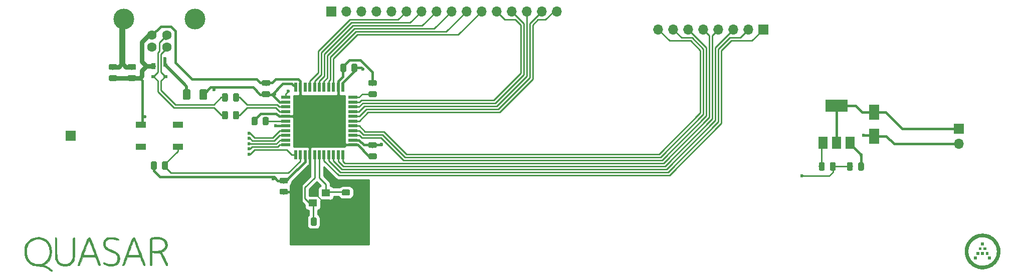
<source format=gtl>
G04 #@! TF.GenerationSoftware,KiCad,Pcbnew,(5.1.4)-1*
G04 #@! TF.CreationDate,2020-03-22T23:46:41+09:00*
G04 #@! TF.ProjectId,ssk-controller,73736b2d-636f-46e7-9472-6f6c6c65722e,rev?*
G04 #@! TF.SameCoordinates,Original*
G04 #@! TF.FileFunction,Copper,L1,Top*
G04 #@! TF.FilePolarity,Positive*
%FSLAX46Y46*%
G04 Gerber Fmt 4.6, Leading zero omitted, Abs format (unit mm)*
G04 Created by KiCad (PCBNEW (5.1.4)-1) date 2020-03-22 23:46:41*
%MOMM*%
%LPD*%
G04 APERTURE LIST*
%ADD10C,0.010000*%
%ADD11C,0.100000*%
%ADD12C,0.975000*%
%ADD13R,1.400000X1.200000*%
%ADD14R,0.550000X1.500000*%
%ADD15R,1.500000X0.550000*%
%ADD16R,1.500000X2.000000*%
%ADD17R,3.800000X2.000000*%
%ADD18O,1.700000X1.700000*%
%ADD19R,1.700000X1.700000*%
%ADD20C,1.250000*%
%ADD21R,1.800000X2.500000*%
%ADD22C,3.500000*%
%ADD23C,1.600000*%
%ADD24R,1.800000X1.100000*%
%ADD25R,0.700000X0.600000*%
%ADD26R,0.700000X1.000000*%
%ADD27C,0.600000*%
%ADD28C,0.254000*%
%ADD29C,0.381000*%
%ADD30C,0.203200*%
%ADD31C,0.750000*%
%ADD32C,0.500000*%
%ADD33C,1.000000*%
G04 APERTURE END LIST*
D10*
G36*
X254190500Y-93420500D02*
G01*
X253785688Y-93420500D01*
X253785688Y-93015688D01*
X254190500Y-93015688D01*
X254190500Y-93420500D01*
X254190500Y-93420500D01*
G37*
X254190500Y-93420500D02*
X253785688Y-93420500D01*
X253785688Y-93015688D01*
X254190500Y-93015688D01*
X254190500Y-93420500D01*
G36*
X254595313Y-94206313D02*
G01*
X254190500Y-94206313D01*
X254190500Y-93825313D01*
X254595313Y-93825313D01*
X254595313Y-94206313D01*
X254595313Y-94206313D01*
G37*
X254595313Y-94206313D02*
X254190500Y-94206313D01*
X254190500Y-93825313D01*
X254595313Y-93825313D01*
X254595313Y-94206313D01*
G36*
X253785688Y-94206313D02*
G01*
X253404688Y-94206313D01*
X253404688Y-93825313D01*
X253785688Y-93825313D01*
X253785688Y-94206313D01*
X253785688Y-94206313D01*
G37*
X253785688Y-94206313D02*
X253404688Y-94206313D01*
X253404688Y-93825313D01*
X253785688Y-93825313D01*
X253785688Y-94206313D01*
G36*
X254976313Y-95015938D02*
G01*
X254595313Y-95015938D01*
X254595313Y-94611125D01*
X254976313Y-94611125D01*
X254976313Y-95015938D01*
X254976313Y-95015938D01*
G37*
X254976313Y-95015938D02*
X254595313Y-95015938D01*
X254595313Y-94611125D01*
X254976313Y-94611125D01*
X254976313Y-95015938D01*
G36*
X254190500Y-95015938D02*
G01*
X253785688Y-95015938D01*
X253785688Y-94611125D01*
X254190500Y-94611125D01*
X254190500Y-95015938D01*
X254190500Y-95015938D01*
G37*
X254190500Y-95015938D02*
X253785688Y-95015938D01*
X253785688Y-94611125D01*
X254190500Y-94611125D01*
X254190500Y-95015938D01*
G36*
X253404688Y-95015938D02*
G01*
X252999875Y-95015938D01*
X252999875Y-94611125D01*
X253404688Y-94611125D01*
X253404688Y-95015938D01*
X253404688Y-95015938D01*
G37*
X253404688Y-95015938D02*
X252999875Y-95015938D01*
X252999875Y-94611125D01*
X253404688Y-94611125D01*
X253404688Y-95015938D01*
G36*
X255381125Y-95801750D02*
G01*
X254976313Y-95801750D01*
X254976313Y-95396938D01*
X255381125Y-95396938D01*
X255381125Y-95801750D01*
X255381125Y-95801750D01*
G37*
X255381125Y-95801750D02*
X254976313Y-95801750D01*
X254976313Y-95396938D01*
X255381125Y-95396938D01*
X255381125Y-95801750D01*
G36*
X252999875Y-95801750D02*
G01*
X252595063Y-95801750D01*
X252595063Y-95396938D01*
X252999875Y-95396938D01*
X252999875Y-95801750D01*
X252999875Y-95801750D01*
G37*
X252999875Y-95801750D02*
X252595063Y-95801750D01*
X252595063Y-95396938D01*
X252999875Y-95396938D01*
X252999875Y-95801750D01*
G36*
X254003969Y-91528045D02*
G01*
X254128087Y-91529415D01*
X254239799Y-91533572D01*
X254342392Y-91540919D01*
X254439156Y-91551860D01*
X254533378Y-91566798D01*
X254628347Y-91586137D01*
X254727351Y-91610281D01*
X254772630Y-91622418D01*
X254981177Y-91687656D01*
X255183265Y-91766992D01*
X255378128Y-91860028D01*
X255564999Y-91966368D01*
X255743114Y-92085616D01*
X255895260Y-92203617D01*
X256052928Y-92344342D01*
X256200265Y-92495787D01*
X256336586Y-92656885D01*
X256461208Y-92826567D01*
X256573447Y-93003766D01*
X256672620Y-93187416D01*
X256758042Y-93376447D01*
X256829030Y-93569793D01*
X256877784Y-93737803D01*
X256910855Y-93877789D01*
X256936215Y-94009725D01*
X256954607Y-94138997D01*
X256966775Y-94270993D01*
X256973461Y-94411100D01*
X256974114Y-94436500D01*
X256971395Y-94654797D01*
X256953200Y-94869580D01*
X256919535Y-95080821D01*
X256870406Y-95288489D01*
X256805819Y-95492555D01*
X256741622Y-95656487D01*
X256713539Y-95721752D01*
X256689477Y-95775910D01*
X256667608Y-95822613D01*
X256646107Y-95865513D01*
X256623146Y-95908263D01*
X256596900Y-95954515D01*
X256567775Y-96004156D01*
X256448556Y-96190427D01*
X256318452Y-96365153D01*
X256177329Y-96528465D01*
X256025055Y-96680496D01*
X255861497Y-96821380D01*
X255686524Y-96951248D01*
X255504156Y-97067775D01*
X255451327Y-97098744D01*
X255405414Y-97124721D01*
X255362765Y-97147531D01*
X255319728Y-97169001D01*
X255272651Y-97190957D01*
X255217881Y-97215225D01*
X255156487Y-97241622D01*
X255060254Y-97281169D01*
X254971536Y-97314208D01*
X254884422Y-97342695D01*
X254792998Y-97368589D01*
X254710406Y-97389322D01*
X254545890Y-97424876D01*
X254388795Y-97450553D01*
X254234567Y-97466893D01*
X254078649Y-97474436D01*
X253988094Y-97475013D01*
X253936875Y-97474498D01*
X253888754Y-97473793D01*
X253846874Y-97472960D01*
X253814378Y-97472063D01*
X253794410Y-97471165D01*
X253793625Y-97471109D01*
X253577451Y-97447157D01*
X253364694Y-97408170D01*
X253156213Y-97354467D01*
X252952868Y-97286363D01*
X252755516Y-97204176D01*
X252565018Y-97108225D01*
X252382232Y-96998826D01*
X252231276Y-96893796D01*
X252058349Y-96755449D01*
X251897665Y-96607088D01*
X251749451Y-96449039D01*
X251613929Y-96281632D01*
X251491324Y-96105194D01*
X251381861Y-95920052D01*
X251285763Y-95726535D01*
X251203256Y-95524971D01*
X251134563Y-95315688D01*
X251122418Y-95272630D01*
X251096052Y-95170835D01*
X251074667Y-95074511D01*
X251057859Y-94980367D01*
X251045225Y-94885117D01*
X251036360Y-94785470D01*
X251030862Y-94678140D01*
X251028326Y-94559836D01*
X251028045Y-94503969D01*
X251028720Y-94448608D01*
X251560794Y-94448608D01*
X251560897Y-94528746D01*
X251562563Y-94608410D01*
X251565759Y-94683537D01*
X251570456Y-94750060D01*
X251574176Y-94785750D01*
X251606050Y-94983048D01*
X251652701Y-95174663D01*
X251713951Y-95360222D01*
X251789619Y-95539349D01*
X251879527Y-95711669D01*
X251983494Y-95876809D01*
X252101341Y-96034393D01*
X252232888Y-96184047D01*
X252255224Y-96207260D01*
X252389458Y-96334334D01*
X252535160Y-96452270D01*
X252689631Y-96559090D01*
X252850169Y-96652816D01*
X252895958Y-96676504D01*
X252970366Y-96713153D01*
X253035607Y-96743372D01*
X253096104Y-96768940D01*
X253156278Y-96791634D01*
X253220551Y-96813233D01*
X253285625Y-96833227D01*
X253474838Y-96882640D01*
X253660589Y-96917091D01*
X253844327Y-96936714D01*
X254027503Y-96941642D01*
X254211564Y-96932011D01*
X254278106Y-96925031D01*
X254465438Y-96896087D01*
X254645019Y-96854278D01*
X254819357Y-96798854D01*
X254990959Y-96729064D01*
X255087916Y-96682866D01*
X255258548Y-96589447D01*
X255417964Y-96485712D01*
X255566922Y-96370974D01*
X255706179Y-96244550D01*
X255836494Y-96105754D01*
X255958624Y-95953903D01*
X256066892Y-95798259D01*
X256092018Y-95757068D01*
X256121341Y-95704940D01*
X256153041Y-95645496D01*
X256185299Y-95582356D01*
X256216293Y-95519140D01*
X256244206Y-95459467D01*
X256267215Y-95406957D01*
X256280653Y-95373125D01*
X256343520Y-95181584D01*
X256390916Y-94988845D01*
X256422800Y-94795450D01*
X256439130Y-94601940D01*
X256439868Y-94408857D01*
X256424972Y-94216742D01*
X256394402Y-94026136D01*
X256384599Y-93980094D01*
X256350950Y-93843801D01*
X256312642Y-93717618D01*
X256267704Y-93596007D01*
X256214163Y-93473432D01*
X256176504Y-93395958D01*
X256082799Y-93227110D01*
X255975974Y-93066673D01*
X255856798Y-92915368D01*
X255726037Y-92773914D01*
X255584460Y-92643031D01*
X255432834Y-92523440D01*
X255271927Y-92415860D01*
X255102507Y-92321011D01*
X254958325Y-92253480D01*
X254786697Y-92187085D01*
X254614143Y-92135087D01*
X254438656Y-92097078D01*
X254258226Y-92072651D01*
X254070845Y-92061397D01*
X254007938Y-92060507D01*
X253809843Y-92066877D01*
X253618215Y-92087522D01*
X253432281Y-92122673D01*
X253251265Y-92172567D01*
X253074394Y-92237435D01*
X252900894Y-92317513D01*
X252729991Y-92413035D01*
X252629294Y-92477244D01*
X252489861Y-92578772D01*
X252355663Y-92693278D01*
X252228341Y-92818839D01*
X252109535Y-92953531D01*
X252000886Y-93095431D01*
X251904035Y-93242615D01*
X251820622Y-93393161D01*
X251785826Y-93466080D01*
X251724423Y-93610939D01*
X251674192Y-93750178D01*
X251633935Y-93888126D01*
X251602456Y-94029114D01*
X251578556Y-94177471D01*
X251570155Y-94246000D01*
X251565392Y-94303170D01*
X251562282Y-94372061D01*
X251560794Y-94448608D01*
X251028720Y-94448608D01*
X251029790Y-94360973D01*
X251035664Y-94230106D01*
X251046238Y-94108025D01*
X251062085Y-93991385D01*
X251083777Y-93876844D01*
X251111887Y-93761059D01*
X251146986Y-93640687D01*
X251189647Y-93512384D01*
X251205341Y-93468125D01*
X251283726Y-93273406D01*
X251376566Y-93085072D01*
X251483672Y-92903385D01*
X251604852Y-92728608D01*
X251739917Y-92561003D01*
X251888674Y-92400833D01*
X252050933Y-92248360D01*
X252157771Y-92158179D01*
X252243600Y-92092686D01*
X252341139Y-92025360D01*
X252446748Y-91958412D01*
X252556786Y-91894055D01*
X252667613Y-91834500D01*
X252775589Y-91781958D01*
X252781594Y-91779215D01*
X252851554Y-91749342D01*
X252932735Y-91717956D01*
X253020767Y-91686536D01*
X253111279Y-91656562D01*
X253199901Y-91629511D01*
X253282264Y-91606864D01*
X253314150Y-91598971D01*
X253407375Y-91578203D01*
X253496349Y-91561543D01*
X253584353Y-91548652D01*
X253674669Y-91539195D01*
X253770578Y-91532832D01*
X253875360Y-91529228D01*
X253992295Y-91528044D01*
X254003969Y-91528045D01*
X254003969Y-91528045D01*
G37*
X254003969Y-91528045D02*
X254128087Y-91529415D01*
X254239799Y-91533572D01*
X254342392Y-91540919D01*
X254439156Y-91551860D01*
X254533378Y-91566798D01*
X254628347Y-91586137D01*
X254727351Y-91610281D01*
X254772630Y-91622418D01*
X254981177Y-91687656D01*
X255183265Y-91766992D01*
X255378128Y-91860028D01*
X255564999Y-91966368D01*
X255743114Y-92085616D01*
X255895260Y-92203617D01*
X256052928Y-92344342D01*
X256200265Y-92495787D01*
X256336586Y-92656885D01*
X256461208Y-92826567D01*
X256573447Y-93003766D01*
X256672620Y-93187416D01*
X256758042Y-93376447D01*
X256829030Y-93569793D01*
X256877784Y-93737803D01*
X256910855Y-93877789D01*
X256936215Y-94009725D01*
X256954607Y-94138997D01*
X256966775Y-94270993D01*
X256973461Y-94411100D01*
X256974114Y-94436500D01*
X256971395Y-94654797D01*
X256953200Y-94869580D01*
X256919535Y-95080821D01*
X256870406Y-95288489D01*
X256805819Y-95492555D01*
X256741622Y-95656487D01*
X256713539Y-95721752D01*
X256689477Y-95775910D01*
X256667608Y-95822613D01*
X256646107Y-95865513D01*
X256623146Y-95908263D01*
X256596900Y-95954515D01*
X256567775Y-96004156D01*
X256448556Y-96190427D01*
X256318452Y-96365153D01*
X256177329Y-96528465D01*
X256025055Y-96680496D01*
X255861497Y-96821380D01*
X255686524Y-96951248D01*
X255504156Y-97067775D01*
X255451327Y-97098744D01*
X255405414Y-97124721D01*
X255362765Y-97147531D01*
X255319728Y-97169001D01*
X255272651Y-97190957D01*
X255217881Y-97215225D01*
X255156487Y-97241622D01*
X255060254Y-97281169D01*
X254971536Y-97314208D01*
X254884422Y-97342695D01*
X254792998Y-97368589D01*
X254710406Y-97389322D01*
X254545890Y-97424876D01*
X254388795Y-97450553D01*
X254234567Y-97466893D01*
X254078649Y-97474436D01*
X253988094Y-97475013D01*
X253936875Y-97474498D01*
X253888754Y-97473793D01*
X253846874Y-97472960D01*
X253814378Y-97472063D01*
X253794410Y-97471165D01*
X253793625Y-97471109D01*
X253577451Y-97447157D01*
X253364694Y-97408170D01*
X253156213Y-97354467D01*
X252952868Y-97286363D01*
X252755516Y-97204176D01*
X252565018Y-97108225D01*
X252382232Y-96998826D01*
X252231276Y-96893796D01*
X252058349Y-96755449D01*
X251897665Y-96607088D01*
X251749451Y-96449039D01*
X251613929Y-96281632D01*
X251491324Y-96105194D01*
X251381861Y-95920052D01*
X251285763Y-95726535D01*
X251203256Y-95524971D01*
X251134563Y-95315688D01*
X251122418Y-95272630D01*
X251096052Y-95170835D01*
X251074667Y-95074511D01*
X251057859Y-94980367D01*
X251045225Y-94885117D01*
X251036360Y-94785470D01*
X251030862Y-94678140D01*
X251028326Y-94559836D01*
X251028045Y-94503969D01*
X251028720Y-94448608D01*
X251560794Y-94448608D01*
X251560897Y-94528746D01*
X251562563Y-94608410D01*
X251565759Y-94683537D01*
X251570456Y-94750060D01*
X251574176Y-94785750D01*
X251606050Y-94983048D01*
X251652701Y-95174663D01*
X251713951Y-95360222D01*
X251789619Y-95539349D01*
X251879527Y-95711669D01*
X251983494Y-95876809D01*
X252101341Y-96034393D01*
X252232888Y-96184047D01*
X252255224Y-96207260D01*
X252389458Y-96334334D01*
X252535160Y-96452270D01*
X252689631Y-96559090D01*
X252850169Y-96652816D01*
X252895958Y-96676504D01*
X252970366Y-96713153D01*
X253035607Y-96743372D01*
X253096104Y-96768940D01*
X253156278Y-96791634D01*
X253220551Y-96813233D01*
X253285625Y-96833227D01*
X253474838Y-96882640D01*
X253660589Y-96917091D01*
X253844327Y-96936714D01*
X254027503Y-96941642D01*
X254211564Y-96932011D01*
X254278106Y-96925031D01*
X254465438Y-96896087D01*
X254645019Y-96854278D01*
X254819357Y-96798854D01*
X254990959Y-96729064D01*
X255087916Y-96682866D01*
X255258548Y-96589447D01*
X255417964Y-96485712D01*
X255566922Y-96370974D01*
X255706179Y-96244550D01*
X255836494Y-96105754D01*
X255958624Y-95953903D01*
X256066892Y-95798259D01*
X256092018Y-95757068D01*
X256121341Y-95704940D01*
X256153041Y-95645496D01*
X256185299Y-95582356D01*
X256216293Y-95519140D01*
X256244206Y-95459467D01*
X256267215Y-95406957D01*
X256280653Y-95373125D01*
X256343520Y-95181584D01*
X256390916Y-94988845D01*
X256422800Y-94795450D01*
X256439130Y-94601940D01*
X256439868Y-94408857D01*
X256424972Y-94216742D01*
X256394402Y-94026136D01*
X256384599Y-93980094D01*
X256350950Y-93843801D01*
X256312642Y-93717618D01*
X256267704Y-93596007D01*
X256214163Y-93473432D01*
X256176504Y-93395958D01*
X256082799Y-93227110D01*
X255975974Y-93066673D01*
X255856798Y-92915368D01*
X255726037Y-92773914D01*
X255584460Y-92643031D01*
X255432834Y-92523440D01*
X255271927Y-92415860D01*
X255102507Y-92321011D01*
X254958325Y-92253480D01*
X254786697Y-92187085D01*
X254614143Y-92135087D01*
X254438656Y-92097078D01*
X254258226Y-92072651D01*
X254070845Y-92061397D01*
X254007938Y-92060507D01*
X253809843Y-92066877D01*
X253618215Y-92087522D01*
X253432281Y-92122673D01*
X253251265Y-92172567D01*
X253074394Y-92237435D01*
X252900894Y-92317513D01*
X252729991Y-92413035D01*
X252629294Y-92477244D01*
X252489861Y-92578772D01*
X252355663Y-92693278D01*
X252228341Y-92818839D01*
X252109535Y-92953531D01*
X252000886Y-93095431D01*
X251904035Y-93242615D01*
X251820622Y-93393161D01*
X251785826Y-93466080D01*
X251724423Y-93610939D01*
X251674192Y-93750178D01*
X251633935Y-93888126D01*
X251602456Y-94029114D01*
X251578556Y-94177471D01*
X251570155Y-94246000D01*
X251565392Y-94303170D01*
X251562282Y-94372061D01*
X251560794Y-94448608D01*
X251028720Y-94448608D01*
X251029790Y-94360973D01*
X251035664Y-94230106D01*
X251046238Y-94108025D01*
X251062085Y-93991385D01*
X251083777Y-93876844D01*
X251111887Y-93761059D01*
X251146986Y-93640687D01*
X251189647Y-93512384D01*
X251205341Y-93468125D01*
X251283726Y-93273406D01*
X251376566Y-93085072D01*
X251483672Y-92903385D01*
X251604852Y-92728608D01*
X251739917Y-92561003D01*
X251888674Y-92400833D01*
X252050933Y-92248360D01*
X252157771Y-92158179D01*
X252243600Y-92092686D01*
X252341139Y-92025360D01*
X252446748Y-91958412D01*
X252556786Y-91894055D01*
X252667613Y-91834500D01*
X252775589Y-91781958D01*
X252781594Y-91779215D01*
X252851554Y-91749342D01*
X252932735Y-91717956D01*
X253020767Y-91686536D01*
X253111279Y-91656562D01*
X253199901Y-91629511D01*
X253282264Y-91606864D01*
X253314150Y-91598971D01*
X253407375Y-91578203D01*
X253496349Y-91561543D01*
X253584353Y-91548652D01*
X253674669Y-91539195D01*
X253770578Y-91532832D01*
X253875360Y-91529228D01*
X253992295Y-91528044D01*
X254003969Y-91528045D01*
G36*
X114825576Y-92124450D02*
G01*
X115280219Y-92194973D01*
X115651774Y-92323875D01*
X115940418Y-92511314D01*
X116146324Y-92757445D01*
X116269669Y-93062425D01*
X116310626Y-93426410D01*
X116310462Y-93450600D01*
X116259690Y-93790793D01*
X116122813Y-94087763D01*
X115908919Y-94329051D01*
X115627094Y-94502200D01*
X115512047Y-94545047D01*
X115380139Y-94587604D01*
X115297532Y-94615787D01*
X115285639Y-94620630D01*
X115309222Y-94658458D01*
X115384184Y-94746014D01*
X115443412Y-94810241D01*
X115518073Y-94914483D01*
X115620359Y-95091612D01*
X115741250Y-95322223D01*
X115871724Y-95586910D01*
X116002760Y-95866270D01*
X116125338Y-96140897D01*
X116230436Y-96391386D01*
X116309033Y-96598332D01*
X116352109Y-96742331D01*
X116357255Y-96776009D01*
X116327355Y-96883182D01*
X116241052Y-96927267D01*
X116130926Y-96894208D01*
X116113612Y-96881104D01*
X116071715Y-96817101D01*
X115998960Y-96675688D01*
X115903216Y-96473390D01*
X115792347Y-96226726D01*
X115696953Y-96005973D01*
X115521603Y-95610061D01*
X115368317Y-95299406D01*
X115239473Y-95078607D01*
X115167838Y-94983041D01*
X114985877Y-94777555D01*
X114367738Y-94755516D01*
X113749600Y-94733477D01*
X113749600Y-95733678D01*
X113746912Y-96082968D01*
X113739273Y-96381311D01*
X113727323Y-96615381D01*
X113711698Y-96771850D01*
X113697012Y-96832139D01*
X113612292Y-96910092D01*
X113501535Y-96930069D01*
X113427866Y-96896533D01*
X113420792Y-96840206D01*
X113414218Y-96692757D01*
X113408302Y-96464660D01*
X113403201Y-96166393D01*
X113399071Y-95808431D01*
X113396070Y-95401250D01*
X113394353Y-94955327D01*
X113394000Y-94633624D01*
X113394000Y-92473809D01*
X113749600Y-92473809D01*
X113749600Y-94452968D01*
X114422700Y-94427418D01*
X114693000Y-94413233D01*
X114943638Y-94393004D01*
X115148134Y-94369330D01*
X115280008Y-94344809D01*
X115287688Y-94342563D01*
X115500188Y-94240377D01*
X115703310Y-94081304D01*
X115861656Y-93896132D01*
X115916166Y-93795925D01*
X115980231Y-93524625D01*
X115962483Y-93243167D01*
X115870410Y-92978603D01*
X115711501Y-92757985D01*
X115604286Y-92669168D01*
X115352094Y-92545980D01*
X115027482Y-92460502D01*
X114653612Y-92415991D01*
X114253642Y-92415704D01*
X113985290Y-92441504D01*
X113749600Y-92473809D01*
X113394000Y-92473809D01*
X113394000Y-92404581D01*
X113513669Y-92284912D01*
X113650102Y-92205828D01*
X113869823Y-92148584D01*
X114156477Y-92115182D01*
X114493706Y-92107621D01*
X114825576Y-92124450D01*
X114825576Y-92124450D01*
G37*
X114825576Y-92124450D02*
X115280219Y-92194973D01*
X115651774Y-92323875D01*
X115940418Y-92511314D01*
X116146324Y-92757445D01*
X116269669Y-93062425D01*
X116310626Y-93426410D01*
X116310462Y-93450600D01*
X116259690Y-93790793D01*
X116122813Y-94087763D01*
X115908919Y-94329051D01*
X115627094Y-94502200D01*
X115512047Y-94545047D01*
X115380139Y-94587604D01*
X115297532Y-94615787D01*
X115285639Y-94620630D01*
X115309222Y-94658458D01*
X115384184Y-94746014D01*
X115443412Y-94810241D01*
X115518073Y-94914483D01*
X115620359Y-95091612D01*
X115741250Y-95322223D01*
X115871724Y-95586910D01*
X116002760Y-95866270D01*
X116125338Y-96140897D01*
X116230436Y-96391386D01*
X116309033Y-96598332D01*
X116352109Y-96742331D01*
X116357255Y-96776009D01*
X116327355Y-96883182D01*
X116241052Y-96927267D01*
X116130926Y-96894208D01*
X116113612Y-96881104D01*
X116071715Y-96817101D01*
X115998960Y-96675688D01*
X115903216Y-96473390D01*
X115792347Y-96226726D01*
X115696953Y-96005973D01*
X115521603Y-95610061D01*
X115368317Y-95299406D01*
X115239473Y-95078607D01*
X115167838Y-94983041D01*
X114985877Y-94777555D01*
X114367738Y-94755516D01*
X113749600Y-94733477D01*
X113749600Y-95733678D01*
X113746912Y-96082968D01*
X113739273Y-96381311D01*
X113727323Y-96615381D01*
X113711698Y-96771850D01*
X113697012Y-96832139D01*
X113612292Y-96910092D01*
X113501535Y-96930069D01*
X113427866Y-96896533D01*
X113420792Y-96840206D01*
X113414218Y-96692757D01*
X113408302Y-96464660D01*
X113403201Y-96166393D01*
X113399071Y-95808431D01*
X113396070Y-95401250D01*
X113394353Y-94955327D01*
X113394000Y-94633624D01*
X113394000Y-92473809D01*
X113749600Y-92473809D01*
X113749600Y-94452968D01*
X114422700Y-94427418D01*
X114693000Y-94413233D01*
X114943638Y-94393004D01*
X115148134Y-94369330D01*
X115280008Y-94344809D01*
X115287688Y-94342563D01*
X115500188Y-94240377D01*
X115703310Y-94081304D01*
X115861656Y-93896132D01*
X115916166Y-93795925D01*
X115980231Y-93524625D01*
X115962483Y-93243167D01*
X115870410Y-92978603D01*
X115711501Y-92757985D01*
X115604286Y-92669168D01*
X115352094Y-92545980D01*
X115027482Y-92460502D01*
X114653612Y-92415991D01*
X114253642Y-92415704D01*
X113985290Y-92441504D01*
X113749600Y-92473809D01*
X113394000Y-92473809D01*
X113394000Y-92404581D01*
X113513669Y-92284912D01*
X113650102Y-92205828D01*
X113869823Y-92148584D01*
X114156477Y-92115182D01*
X114493706Y-92107621D01*
X114825576Y-92124450D01*
G36*
X110706539Y-92172194D02*
G01*
X110760511Y-92202768D01*
X110818265Y-92267429D01*
X110883577Y-92373414D01*
X110960222Y-92527962D01*
X111051972Y-92738311D01*
X111162604Y-93011699D01*
X111295891Y-93355365D01*
X111455607Y-93776546D01*
X111645527Y-94282482D01*
X111738793Y-94531564D01*
X111909173Y-94989700D01*
X112066826Y-95419511D01*
X112208434Y-95811527D01*
X112330679Y-96156277D01*
X112430243Y-96444292D01*
X112503809Y-96666101D01*
X112548057Y-96812235D01*
X112559671Y-96873223D01*
X112559422Y-96873738D01*
X112476518Y-96925684D01*
X112363345Y-96912785D01*
X112270211Y-96846743D01*
X112227733Y-96769140D01*
X112160841Y-96616269D01*
X112078115Y-96408953D01*
X111988138Y-96168016D01*
X111971891Y-96122843D01*
X111743000Y-95482600D01*
X109560801Y-95482600D01*
X109318387Y-96137810D01*
X109225421Y-96383094D01*
X109140173Y-96597093D01*
X109070828Y-96760015D01*
X109025574Y-96852068D01*
X109018966Y-96861710D01*
X108923661Y-96919990D01*
X108813225Y-96922681D01*
X108743727Y-96876246D01*
X108754260Y-96819172D01*
X108797416Y-96676551D01*
X108869877Y-96457865D01*
X108968324Y-96172595D01*
X109089439Y-95830225D01*
X109229904Y-95440237D01*
X109358332Y-95088900D01*
X109699021Y-95088900D01*
X109712029Y-95112108D01*
X109778302Y-95129288D01*
X109908342Y-95141161D01*
X110112650Y-95148454D01*
X110401727Y-95151889D01*
X110619964Y-95152400D01*
X110970048Y-95150754D01*
X111228921Y-95145356D01*
X111406926Y-95135510D01*
X111514406Y-95120522D01*
X111561703Y-95099699D01*
X111566113Y-95088900D01*
X111549882Y-95022743D01*
X111504241Y-94879575D01*
X111434739Y-94674646D01*
X111346925Y-94423205D01*
X111246351Y-94140502D01*
X111138566Y-93841786D01*
X111029119Y-93542308D01*
X110923560Y-93257316D01*
X110827439Y-93002060D01*
X110746307Y-92791790D01*
X110685712Y-92641755D01*
X110651205Y-92567206D01*
X110646406Y-92561764D01*
X110621794Y-92607454D01*
X110567888Y-92736205D01*
X110489570Y-92935397D01*
X110391719Y-93192411D01*
X110279219Y-93494626D01*
X110169962Y-93793500D01*
X110048105Y-94129462D01*
X109937024Y-94435461D01*
X109841619Y-94698028D01*
X109766785Y-94903691D01*
X109717419Y-95038980D01*
X109699021Y-95088900D01*
X109358332Y-95088900D01*
X109386401Y-95012113D01*
X109555612Y-94555337D01*
X109559514Y-94544873D01*
X109760084Y-94008495D01*
X109929195Y-93559941D01*
X110070043Y-93191526D01*
X110185822Y-92895569D01*
X110279728Y-92664385D01*
X110354958Y-92490291D01*
X110414708Y-92365604D01*
X110462172Y-92282641D01*
X110500547Y-92233717D01*
X110529583Y-92212607D01*
X110594850Y-92184352D01*
X110652577Y-92168468D01*
X110706539Y-92172194D01*
X110706539Y-92172194D01*
G37*
X110706539Y-92172194D02*
X110760511Y-92202768D01*
X110818265Y-92267429D01*
X110883577Y-92373414D01*
X110960222Y-92527962D01*
X111051972Y-92738311D01*
X111162604Y-93011699D01*
X111295891Y-93355365D01*
X111455607Y-93776546D01*
X111645527Y-94282482D01*
X111738793Y-94531564D01*
X111909173Y-94989700D01*
X112066826Y-95419511D01*
X112208434Y-95811527D01*
X112330679Y-96156277D01*
X112430243Y-96444292D01*
X112503809Y-96666101D01*
X112548057Y-96812235D01*
X112559671Y-96873223D01*
X112559422Y-96873738D01*
X112476518Y-96925684D01*
X112363345Y-96912785D01*
X112270211Y-96846743D01*
X112227733Y-96769140D01*
X112160841Y-96616269D01*
X112078115Y-96408953D01*
X111988138Y-96168016D01*
X111971891Y-96122843D01*
X111743000Y-95482600D01*
X109560801Y-95482600D01*
X109318387Y-96137810D01*
X109225421Y-96383094D01*
X109140173Y-96597093D01*
X109070828Y-96760015D01*
X109025574Y-96852068D01*
X109018966Y-96861710D01*
X108923661Y-96919990D01*
X108813225Y-96922681D01*
X108743727Y-96876246D01*
X108754260Y-96819172D01*
X108797416Y-96676551D01*
X108869877Y-96457865D01*
X108968324Y-96172595D01*
X109089439Y-95830225D01*
X109229904Y-95440237D01*
X109358332Y-95088900D01*
X109699021Y-95088900D01*
X109712029Y-95112108D01*
X109778302Y-95129288D01*
X109908342Y-95141161D01*
X110112650Y-95148454D01*
X110401727Y-95151889D01*
X110619964Y-95152400D01*
X110970048Y-95150754D01*
X111228921Y-95145356D01*
X111406926Y-95135510D01*
X111514406Y-95120522D01*
X111561703Y-95099699D01*
X111566113Y-95088900D01*
X111549882Y-95022743D01*
X111504241Y-94879575D01*
X111434739Y-94674646D01*
X111346925Y-94423205D01*
X111246351Y-94140502D01*
X111138566Y-93841786D01*
X111029119Y-93542308D01*
X110923560Y-93257316D01*
X110827439Y-93002060D01*
X110746307Y-92791790D01*
X110685712Y-92641755D01*
X110651205Y-92567206D01*
X110646406Y-92561764D01*
X110621794Y-92607454D01*
X110567888Y-92736205D01*
X110489570Y-92935397D01*
X110391719Y-93192411D01*
X110279219Y-93494626D01*
X110169962Y-93793500D01*
X110048105Y-94129462D01*
X109937024Y-94435461D01*
X109841619Y-94698028D01*
X109766785Y-94903691D01*
X109717419Y-95038980D01*
X109699021Y-95088900D01*
X109358332Y-95088900D01*
X109386401Y-95012113D01*
X109555612Y-94555337D01*
X109559514Y-94544873D01*
X109760084Y-94008495D01*
X109929195Y-93559941D01*
X110070043Y-93191526D01*
X110185822Y-92895569D01*
X110279728Y-92664385D01*
X110354958Y-92490291D01*
X110414708Y-92365604D01*
X110462172Y-92282641D01*
X110500547Y-92233717D01*
X110529583Y-92212607D01*
X110594850Y-92184352D01*
X110652577Y-92168468D01*
X110706539Y-92172194D01*
G36*
X103124802Y-92165680D02*
G01*
X103185571Y-92181352D01*
X103185797Y-92181424D01*
X103216285Y-92191946D01*
X103244581Y-92207932D01*
X103273948Y-92237118D01*
X103307645Y-92287241D01*
X103348934Y-92366039D01*
X103401077Y-92481248D01*
X103467335Y-92640605D01*
X103550970Y-92851847D01*
X103655242Y-93122711D01*
X103783414Y-93460934D01*
X103938746Y-93874253D01*
X104124500Y-94370404D01*
X104250223Y-94706556D01*
X104412118Y-95142966D01*
X104561171Y-95551567D01*
X104693875Y-95922242D01*
X104806722Y-96244873D01*
X104896206Y-96509343D01*
X104958820Y-96705534D01*
X104991057Y-96823327D01*
X104994144Y-96852856D01*
X104925185Y-96920110D01*
X104821576Y-96919459D01*
X104720006Y-96855338D01*
X104690094Y-96816100D01*
X104646785Y-96725794D01*
X104579341Y-96561897D01*
X104496644Y-96346902D01*
X104407579Y-96103303D01*
X104398772Y-96078539D01*
X104177697Y-95455278D01*
X103090297Y-95468939D01*
X102002898Y-95482600D01*
X101741884Y-96193800D01*
X101639334Y-96469747D01*
X101562376Y-96664327D01*
X101503089Y-96792084D01*
X101453557Y-96867566D01*
X101405859Y-96905319D01*
X101352078Y-96919889D01*
X101346233Y-96920611D01*
X101235532Y-96915482D01*
X101180668Y-96886182D01*
X101191689Y-96829927D01*
X101235280Y-96688111D01*
X101308106Y-96470217D01*
X101406835Y-96185731D01*
X101528133Y-95844136D01*
X101668666Y-95454916D01*
X101803432Y-95086755D01*
X102167200Y-95086755D01*
X102188755Y-95110827D01*
X102260818Y-95128603D01*
X102394485Y-95140855D01*
X102600852Y-95148355D01*
X102891015Y-95151876D01*
X103110423Y-95152400D01*
X103441597Y-95151786D01*
X103684196Y-95149104D01*
X103851239Y-95143086D01*
X103955747Y-95132468D01*
X104010742Y-95115985D01*
X104029243Y-95092372D01*
X104025303Y-95063500D01*
X103957408Y-94859713D01*
X103869297Y-94608898D01*
X103766398Y-94325145D01*
X103654140Y-94022547D01*
X103537953Y-93715196D01*
X103423265Y-93417186D01*
X103315506Y-93142607D01*
X103220103Y-92905553D01*
X103142488Y-92720115D01*
X103088087Y-92600387D01*
X103062331Y-92560460D01*
X103061459Y-92561600D01*
X102931097Y-92915341D01*
X102797809Y-93280819D01*
X102666186Y-93645073D01*
X102540817Y-93995144D01*
X102426292Y-94318072D01*
X102327200Y-94600898D01*
X102248130Y-94830662D01*
X102193673Y-94994405D01*
X102168417Y-95079167D01*
X102167200Y-95086755D01*
X101803432Y-95086755D01*
X101825103Y-95027555D01*
X101994108Y-94571538D01*
X101995124Y-94568813D01*
X102199942Y-94020534D01*
X102373343Y-93560258D01*
X102518992Y-93180639D01*
X102640552Y-92874330D01*
X102741688Y-92633984D01*
X102826065Y-92452253D01*
X102897346Y-92321790D01*
X102959196Y-92235249D01*
X103015279Y-92185282D01*
X103069260Y-92164541D01*
X103124802Y-92165680D01*
X103124802Y-92165680D01*
G37*
X103124802Y-92165680D02*
X103185571Y-92181352D01*
X103185797Y-92181424D01*
X103216285Y-92191946D01*
X103244581Y-92207932D01*
X103273948Y-92237118D01*
X103307645Y-92287241D01*
X103348934Y-92366039D01*
X103401077Y-92481248D01*
X103467335Y-92640605D01*
X103550970Y-92851847D01*
X103655242Y-93122711D01*
X103783414Y-93460934D01*
X103938746Y-93874253D01*
X104124500Y-94370404D01*
X104250223Y-94706556D01*
X104412118Y-95142966D01*
X104561171Y-95551567D01*
X104693875Y-95922242D01*
X104806722Y-96244873D01*
X104896206Y-96509343D01*
X104958820Y-96705534D01*
X104991057Y-96823327D01*
X104994144Y-96852856D01*
X104925185Y-96920110D01*
X104821576Y-96919459D01*
X104720006Y-96855338D01*
X104690094Y-96816100D01*
X104646785Y-96725794D01*
X104579341Y-96561897D01*
X104496644Y-96346902D01*
X104407579Y-96103303D01*
X104398772Y-96078539D01*
X104177697Y-95455278D01*
X103090297Y-95468939D01*
X102002898Y-95482600D01*
X101741884Y-96193800D01*
X101639334Y-96469747D01*
X101562376Y-96664327D01*
X101503089Y-96792084D01*
X101453557Y-96867566D01*
X101405859Y-96905319D01*
X101352078Y-96919889D01*
X101346233Y-96920611D01*
X101235532Y-96915482D01*
X101180668Y-96886182D01*
X101191689Y-96829927D01*
X101235280Y-96688111D01*
X101308106Y-96470217D01*
X101406835Y-96185731D01*
X101528133Y-95844136D01*
X101668666Y-95454916D01*
X101803432Y-95086755D01*
X102167200Y-95086755D01*
X102188755Y-95110827D01*
X102260818Y-95128603D01*
X102394485Y-95140855D01*
X102600852Y-95148355D01*
X102891015Y-95151876D01*
X103110423Y-95152400D01*
X103441597Y-95151786D01*
X103684196Y-95149104D01*
X103851239Y-95143086D01*
X103955747Y-95132468D01*
X104010742Y-95115985D01*
X104029243Y-95092372D01*
X104025303Y-95063500D01*
X103957408Y-94859713D01*
X103869297Y-94608898D01*
X103766398Y-94325145D01*
X103654140Y-94022547D01*
X103537953Y-93715196D01*
X103423265Y-93417186D01*
X103315506Y-93142607D01*
X103220103Y-92905553D01*
X103142488Y-92720115D01*
X103088087Y-92600387D01*
X103062331Y-92560460D01*
X103061459Y-92561600D01*
X102931097Y-92915341D01*
X102797809Y-93280819D01*
X102666186Y-93645073D01*
X102540817Y-93995144D01*
X102426292Y-94318072D01*
X102327200Y-94600898D01*
X102248130Y-94830662D01*
X102193673Y-94994405D01*
X102168417Y-95079167D01*
X102167200Y-95086755D01*
X101803432Y-95086755D01*
X101825103Y-95027555D01*
X101994108Y-94571538D01*
X101995124Y-94568813D01*
X102199942Y-94020534D01*
X102373343Y-93560258D01*
X102518992Y-93180639D01*
X102640552Y-92874330D01*
X102741688Y-92633984D01*
X102826065Y-92452253D01*
X102897346Y-92321790D01*
X102959196Y-92235249D01*
X103015279Y-92185282D01*
X103069260Y-92164541D01*
X103124802Y-92165680D01*
G36*
X107207358Y-92147663D02*
G01*
X107496547Y-92186691D01*
X107746922Y-92244927D01*
X107946241Y-92317774D01*
X108082261Y-92400630D01*
X108142740Y-92488895D01*
X108115433Y-92577970D01*
X108105604Y-92588567D01*
X108052884Y-92625813D01*
X107981369Y-92631124D01*
X107863720Y-92602162D01*
X107727999Y-92556272D01*
X107448354Y-92481050D01*
X107134568Y-92433905D01*
X106823381Y-92417671D01*
X106551534Y-92435181D01*
X106443018Y-92457157D01*
X106265008Y-92531566D01*
X106087355Y-92644931D01*
X106040392Y-92684295D01*
X105933902Y-92793104D01*
X105875609Y-92896799D01*
X105847612Y-93036703D01*
X105838174Y-93151137D01*
X105857372Y-93438112D01*
X105958237Y-93684656D01*
X106145128Y-93895571D01*
X106422402Y-94075657D01*
X106794419Y-94229716D01*
X106827183Y-94240659D01*
X107282127Y-94413281D01*
X107642339Y-94603468D01*
X107914082Y-94817698D01*
X108103616Y-95062452D01*
X108217205Y-95344210D01*
X108261109Y-95669451D01*
X108262084Y-95725531D01*
X108226988Y-96091022D01*
X108116108Y-96392056D01*
X107924943Y-96636570D01*
X107648994Y-96832502D01*
X107628200Y-96843648D01*
X107412408Y-96919225D01*
X107129506Y-96964023D01*
X106809321Y-96977681D01*
X106481681Y-96959839D01*
X106176416Y-96910134D01*
X106011597Y-96863203D01*
X105745395Y-96752878D01*
X105568749Y-96640010D01*
X105485948Y-96528015D01*
X105488173Y-96446229D01*
X105522379Y-96397854D01*
X105586421Y-96383140D01*
X105696425Y-96404895D01*
X105868513Y-96465929D01*
X106066610Y-96546981D01*
X106283557Y-96625799D01*
X106490439Y-96667412D01*
X106738370Y-96681412D01*
X106784711Y-96681729D01*
X107163720Y-96654123D01*
X107461474Y-96567450D01*
X107681451Y-96418706D01*
X107827128Y-96204885D01*
X107901983Y-95922984D01*
X107914330Y-95705719D01*
X107898335Y-95479313D01*
X107846066Y-95287111D01*
X107747564Y-95120025D01*
X107592870Y-94968969D01*
X107372024Y-94824854D01*
X107075067Y-94678593D01*
X106692039Y-94521100D01*
X106561400Y-94471260D01*
X106178357Y-94296066D01*
X105885497Y-94090627D01*
X105674155Y-93848194D01*
X105602932Y-93724418D01*
X105493612Y-93404623D01*
X105480957Y-93089853D01*
X105562603Y-92793169D01*
X105736184Y-92527636D01*
X105837868Y-92426841D01*
X106019043Y-92292755D01*
X106217020Y-92203682D01*
X106456330Y-92152769D01*
X106761507Y-92133162D01*
X106891600Y-92132444D01*
X107207358Y-92147663D01*
X107207358Y-92147663D01*
G37*
X107207358Y-92147663D02*
X107496547Y-92186691D01*
X107746922Y-92244927D01*
X107946241Y-92317774D01*
X108082261Y-92400630D01*
X108142740Y-92488895D01*
X108115433Y-92577970D01*
X108105604Y-92588567D01*
X108052884Y-92625813D01*
X107981369Y-92631124D01*
X107863720Y-92602162D01*
X107727999Y-92556272D01*
X107448354Y-92481050D01*
X107134568Y-92433905D01*
X106823381Y-92417671D01*
X106551534Y-92435181D01*
X106443018Y-92457157D01*
X106265008Y-92531566D01*
X106087355Y-92644931D01*
X106040392Y-92684295D01*
X105933902Y-92793104D01*
X105875609Y-92896799D01*
X105847612Y-93036703D01*
X105838174Y-93151137D01*
X105857372Y-93438112D01*
X105958237Y-93684656D01*
X106145128Y-93895571D01*
X106422402Y-94075657D01*
X106794419Y-94229716D01*
X106827183Y-94240659D01*
X107282127Y-94413281D01*
X107642339Y-94603468D01*
X107914082Y-94817698D01*
X108103616Y-95062452D01*
X108217205Y-95344210D01*
X108261109Y-95669451D01*
X108262084Y-95725531D01*
X108226988Y-96091022D01*
X108116108Y-96392056D01*
X107924943Y-96636570D01*
X107648994Y-96832502D01*
X107628200Y-96843648D01*
X107412408Y-96919225D01*
X107129506Y-96964023D01*
X106809321Y-96977681D01*
X106481681Y-96959839D01*
X106176416Y-96910134D01*
X106011597Y-96863203D01*
X105745395Y-96752878D01*
X105568749Y-96640010D01*
X105485948Y-96528015D01*
X105488173Y-96446229D01*
X105522379Y-96397854D01*
X105586421Y-96383140D01*
X105696425Y-96404895D01*
X105868513Y-96465929D01*
X106066610Y-96546981D01*
X106283557Y-96625799D01*
X106490439Y-96667412D01*
X106738370Y-96681412D01*
X106784711Y-96681729D01*
X107163720Y-96654123D01*
X107461474Y-96567450D01*
X107681451Y-96418706D01*
X107827128Y-96204885D01*
X107901983Y-95922984D01*
X107914330Y-95705719D01*
X107898335Y-95479313D01*
X107846066Y-95287111D01*
X107747564Y-95120025D01*
X107592870Y-94968969D01*
X107372024Y-94824854D01*
X107075067Y-94678593D01*
X106692039Y-94521100D01*
X106561400Y-94471260D01*
X106178357Y-94296066D01*
X105885497Y-94090627D01*
X105674155Y-93848194D01*
X105602932Y-93724418D01*
X105493612Y-93404623D01*
X105480957Y-93089853D01*
X105562603Y-92793169D01*
X105736184Y-92527636D01*
X105837868Y-92426841D01*
X106019043Y-92292755D01*
X106217020Y-92203682D01*
X106456330Y-92152769D01*
X106761507Y-92133162D01*
X106891600Y-92132444D01*
X107207358Y-92147663D01*
G36*
X100593459Y-92180586D02*
G01*
X100640109Y-92227676D01*
X100657488Y-92278323D01*
X100670738Y-92388108D01*
X100680032Y-92564283D01*
X100685541Y-92814103D01*
X100687439Y-93144821D01*
X100685896Y-93563691D01*
X100682025Y-93992976D01*
X100676228Y-94469564D01*
X100669738Y-94856142D01*
X100661927Y-95164302D01*
X100652167Y-95405636D01*
X100639831Y-95591733D01*
X100624289Y-95734184D01*
X100604916Y-95844582D01*
X100581081Y-95934515D01*
X100575993Y-95950258D01*
X100407596Y-96303239D01*
X100160134Y-96596252D01*
X99881562Y-96797377D01*
X99741410Y-96871034D01*
X99617404Y-96918278D01*
X99478492Y-96945794D01*
X99293624Y-96960266D01*
X99094162Y-96966884D01*
X98744791Y-96964101D01*
X98477167Y-96934937D01*
X98337653Y-96900677D01*
X98058504Y-96762893D01*
X97804426Y-96545321D01*
X97595570Y-96269652D01*
X97452087Y-95957579D01*
X97447233Y-95942195D01*
X97418169Y-95842104D01*
X97394936Y-95742027D01*
X97376888Y-95629540D01*
X97363377Y-95492220D01*
X97353755Y-95317646D01*
X97347374Y-95093392D01*
X97343588Y-94807037D01*
X97341749Y-94446157D01*
X97341209Y-93998329D01*
X97341200Y-93907884D01*
X97341714Y-93441809D01*
X97343549Y-93067451D01*
X97347141Y-92774931D01*
X97352929Y-92554369D01*
X97361351Y-92395888D01*
X97372843Y-92289607D01*
X97387844Y-92225647D01*
X97406790Y-92194129D01*
X97417399Y-92187629D01*
X97474968Y-92168048D01*
X97521552Y-92164302D01*
X97558474Y-92185785D01*
X97587058Y-92241889D01*
X97608627Y-92342007D01*
X97624502Y-92495531D01*
X97636008Y-92711856D01*
X97644467Y-93000373D01*
X97651202Y-93370476D01*
X97657536Y-93831558D01*
X97658400Y-93898766D01*
X97665864Y-94413757D01*
X97675054Y-94838251D01*
X97687863Y-95183349D01*
X97706185Y-95460153D01*
X97731914Y-95679766D01*
X97766943Y-95853289D01*
X97813166Y-95991826D01*
X97872477Y-96106477D01*
X97946770Y-96208346D01*
X98037938Y-96308533D01*
X98076018Y-96347092D01*
X98256019Y-96500462D01*
X98447603Y-96600186D01*
X98677923Y-96655471D01*
X98974134Y-96675521D01*
X99046590Y-96676116D01*
X99416825Y-96638561D01*
X99722733Y-96523840D01*
X99968485Y-96329830D01*
X100115703Y-96131220D01*
X100209143Y-95950811D01*
X100280457Y-95770582D01*
X100305644Y-95674020D01*
X100313544Y-95576240D01*
X100320760Y-95391083D01*
X100327033Y-95132769D01*
X100332106Y-94815519D01*
X100335721Y-94453554D01*
X100337619Y-94061096D01*
X100337840Y-93898728D01*
X100338558Y-93448151D01*
X100340701Y-93088487D01*
X100344786Y-92809051D01*
X100351330Y-92599161D01*
X100360849Y-92448134D01*
X100373858Y-92345285D01*
X100390874Y-92279931D01*
X100412414Y-92241390D01*
X100418228Y-92235028D01*
X100514981Y-92163626D01*
X100593459Y-92180586D01*
X100593459Y-92180586D01*
G37*
X100593459Y-92180586D02*
X100640109Y-92227676D01*
X100657488Y-92278323D01*
X100670738Y-92388108D01*
X100680032Y-92564283D01*
X100685541Y-92814103D01*
X100687439Y-93144821D01*
X100685896Y-93563691D01*
X100682025Y-93992976D01*
X100676228Y-94469564D01*
X100669738Y-94856142D01*
X100661927Y-95164302D01*
X100652167Y-95405636D01*
X100639831Y-95591733D01*
X100624289Y-95734184D01*
X100604916Y-95844582D01*
X100581081Y-95934515D01*
X100575993Y-95950258D01*
X100407596Y-96303239D01*
X100160134Y-96596252D01*
X99881562Y-96797377D01*
X99741410Y-96871034D01*
X99617404Y-96918278D01*
X99478492Y-96945794D01*
X99293624Y-96960266D01*
X99094162Y-96966884D01*
X98744791Y-96964101D01*
X98477167Y-96934937D01*
X98337653Y-96900677D01*
X98058504Y-96762893D01*
X97804426Y-96545321D01*
X97595570Y-96269652D01*
X97452087Y-95957579D01*
X97447233Y-95942195D01*
X97418169Y-95842104D01*
X97394936Y-95742027D01*
X97376888Y-95629540D01*
X97363377Y-95492220D01*
X97353755Y-95317646D01*
X97347374Y-95093392D01*
X97343588Y-94807037D01*
X97341749Y-94446157D01*
X97341209Y-93998329D01*
X97341200Y-93907884D01*
X97341714Y-93441809D01*
X97343549Y-93067451D01*
X97347141Y-92774931D01*
X97352929Y-92554369D01*
X97361351Y-92395888D01*
X97372843Y-92289607D01*
X97387844Y-92225647D01*
X97406790Y-92194129D01*
X97417399Y-92187629D01*
X97474968Y-92168048D01*
X97521552Y-92164302D01*
X97558474Y-92185785D01*
X97587058Y-92241889D01*
X97608627Y-92342007D01*
X97624502Y-92495531D01*
X97636008Y-92711856D01*
X97644467Y-93000373D01*
X97651202Y-93370476D01*
X97657536Y-93831558D01*
X97658400Y-93898766D01*
X97665864Y-94413757D01*
X97675054Y-94838251D01*
X97687863Y-95183349D01*
X97706185Y-95460153D01*
X97731914Y-95679766D01*
X97766943Y-95853289D01*
X97813166Y-95991826D01*
X97872477Y-96106477D01*
X97946770Y-96208346D01*
X98037938Y-96308533D01*
X98076018Y-96347092D01*
X98256019Y-96500462D01*
X98447603Y-96600186D01*
X98677923Y-96655471D01*
X98974134Y-96675521D01*
X99046590Y-96676116D01*
X99416825Y-96638561D01*
X99722733Y-96523840D01*
X99968485Y-96329830D01*
X100115703Y-96131220D01*
X100209143Y-95950811D01*
X100280457Y-95770582D01*
X100305644Y-95674020D01*
X100313544Y-95576240D01*
X100320760Y-95391083D01*
X100327033Y-95132769D01*
X100332106Y-94815519D01*
X100335721Y-94453554D01*
X100337619Y-94061096D01*
X100337840Y-93898728D01*
X100338558Y-93448151D01*
X100340701Y-93088487D01*
X100344786Y-92809051D01*
X100351330Y-92599161D01*
X100360849Y-92448134D01*
X100373858Y-92345285D01*
X100390874Y-92279931D01*
X100412414Y-92241390D01*
X100418228Y-92235028D01*
X100514981Y-92163626D01*
X100593459Y-92180586D01*
G36*
X94855106Y-92143399D02*
G01*
X95304791Y-92247832D01*
X95693889Y-92425244D01*
X96040473Y-92684309D01*
X96100646Y-92741167D01*
X96394263Y-93096132D01*
X96605186Y-93507649D01*
X96734020Y-93977340D01*
X96781370Y-94506822D01*
X96781649Y-94562433D01*
X96739472Y-95068517D01*
X96618210Y-95530739D01*
X96422492Y-95940058D01*
X96156947Y-96287430D01*
X95826203Y-96563814D01*
X95725440Y-96625600D01*
X95571664Y-96716553D01*
X95459873Y-96788796D01*
X95412685Y-96827646D01*
X95412381Y-96828800D01*
X95456087Y-96855295D01*
X95571092Y-96898446D01*
X95703036Y-96940025D01*
X95906953Y-97017390D01*
X96126866Y-97129493D01*
X96346918Y-97264380D01*
X96551250Y-97410101D01*
X96724003Y-97554702D01*
X96849320Y-97686230D01*
X96911342Y-97792734D01*
X96907520Y-97847841D01*
X96821877Y-97900498D01*
X96687604Y-97876508D01*
X96517222Y-97780362D01*
X96360259Y-97651669D01*
X96153528Y-97472049D01*
X95957286Y-97332756D01*
X95752201Y-97226916D01*
X95518941Y-97147653D01*
X95238174Y-97088092D01*
X94890569Y-97041357D01*
X94552260Y-97008661D01*
X94231032Y-96978136D01*
X93988734Y-96947480D01*
X93802781Y-96912384D01*
X93650588Y-96868542D01*
X93509571Y-96811646D01*
X93502535Y-96808440D01*
X93093824Y-96567672D01*
X92751988Y-96253884D01*
X92484868Y-95876171D01*
X92300303Y-95443629D01*
X92286797Y-95398084D01*
X92229979Y-95113506D01*
X92198454Y-94771469D01*
X92193119Y-94418583D01*
X92534806Y-94418583D01*
X92548520Y-94862441D01*
X92634839Y-95297469D01*
X92760317Y-95631954D01*
X92985818Y-96005557D01*
X93272869Y-96300509D01*
X93615866Y-96514397D01*
X94009201Y-96644810D01*
X94447268Y-96689337D01*
X94924461Y-96645565D01*
X95055200Y-96619211D01*
X95408604Y-96489665D01*
X95726129Y-96273015D01*
X95997673Y-95980432D01*
X96213132Y-95623089D01*
X96362406Y-95212157D01*
X96375547Y-95159111D01*
X96408146Y-94930239D01*
X96418575Y-94642683D01*
X96408540Y-94331670D01*
X96379749Y-94032429D01*
X96333908Y-93780188D01*
X96303865Y-93679200D01*
X96226498Y-93506235D01*
X96116854Y-93307135D01*
X96040741Y-93187563D01*
X95776523Y-92886671D01*
X95455026Y-92658122D01*
X95091739Y-92503350D01*
X94702149Y-92423791D01*
X94301744Y-92420880D01*
X93906011Y-92496053D01*
X93530438Y-92650745D01*
X93190512Y-92886392D01*
X93153122Y-92919929D01*
X92902855Y-93216570D01*
X92714617Y-93577395D01*
X92591053Y-93984150D01*
X92534806Y-94418583D01*
X92193119Y-94418583D01*
X92193019Y-94412022D01*
X92214469Y-94075214D01*
X92255661Y-93831600D01*
X92415103Y-93380267D01*
X92651927Y-92988092D01*
X92956955Y-92661036D01*
X93321012Y-92405057D01*
X93734919Y-92226117D01*
X94189498Y-92130175D01*
X94675573Y-92123192D01*
X94855106Y-92143399D01*
X94855106Y-92143399D01*
G37*
X94855106Y-92143399D02*
X95304791Y-92247832D01*
X95693889Y-92425244D01*
X96040473Y-92684309D01*
X96100646Y-92741167D01*
X96394263Y-93096132D01*
X96605186Y-93507649D01*
X96734020Y-93977340D01*
X96781370Y-94506822D01*
X96781649Y-94562433D01*
X96739472Y-95068517D01*
X96618210Y-95530739D01*
X96422492Y-95940058D01*
X96156947Y-96287430D01*
X95826203Y-96563814D01*
X95725440Y-96625600D01*
X95571664Y-96716553D01*
X95459873Y-96788796D01*
X95412685Y-96827646D01*
X95412381Y-96828800D01*
X95456087Y-96855295D01*
X95571092Y-96898446D01*
X95703036Y-96940025D01*
X95906953Y-97017390D01*
X96126866Y-97129493D01*
X96346918Y-97264380D01*
X96551250Y-97410101D01*
X96724003Y-97554702D01*
X96849320Y-97686230D01*
X96911342Y-97792734D01*
X96907520Y-97847841D01*
X96821877Y-97900498D01*
X96687604Y-97876508D01*
X96517222Y-97780362D01*
X96360259Y-97651669D01*
X96153528Y-97472049D01*
X95957286Y-97332756D01*
X95752201Y-97226916D01*
X95518941Y-97147653D01*
X95238174Y-97088092D01*
X94890569Y-97041357D01*
X94552260Y-97008661D01*
X94231032Y-96978136D01*
X93988734Y-96947480D01*
X93802781Y-96912384D01*
X93650588Y-96868542D01*
X93509571Y-96811646D01*
X93502535Y-96808440D01*
X93093824Y-96567672D01*
X92751988Y-96253884D01*
X92484868Y-95876171D01*
X92300303Y-95443629D01*
X92286797Y-95398084D01*
X92229979Y-95113506D01*
X92198454Y-94771469D01*
X92193119Y-94418583D01*
X92534806Y-94418583D01*
X92548520Y-94862441D01*
X92634839Y-95297469D01*
X92760317Y-95631954D01*
X92985818Y-96005557D01*
X93272869Y-96300509D01*
X93615866Y-96514397D01*
X94009201Y-96644810D01*
X94447268Y-96689337D01*
X94924461Y-96645565D01*
X95055200Y-96619211D01*
X95408604Y-96489665D01*
X95726129Y-96273015D01*
X95997673Y-95980432D01*
X96213132Y-95623089D01*
X96362406Y-95212157D01*
X96375547Y-95159111D01*
X96408146Y-94930239D01*
X96418575Y-94642683D01*
X96408540Y-94331670D01*
X96379749Y-94032429D01*
X96333908Y-93780188D01*
X96303865Y-93679200D01*
X96226498Y-93506235D01*
X96116854Y-93307135D01*
X96040741Y-93187563D01*
X95776523Y-92886671D01*
X95455026Y-92658122D01*
X95091739Y-92503350D01*
X94702149Y-92423791D01*
X94301744Y-92420880D01*
X93906011Y-92496053D01*
X93530438Y-92650745D01*
X93190512Y-92886392D01*
X93153122Y-92919929D01*
X92902855Y-93216570D01*
X92714617Y-93577395D01*
X92591053Y-93984150D01*
X92534806Y-94418583D01*
X92193119Y-94418583D01*
X92193019Y-94412022D01*
X92214469Y-94075214D01*
X92255661Y-93831600D01*
X92415103Y-93380267D01*
X92651927Y-92988092D01*
X92956955Y-92661036D01*
X93321012Y-92405057D01*
X93734919Y-92226117D01*
X94189498Y-92130175D01*
X94675573Y-92123192D01*
X94855106Y-92143399D01*
D11*
G36*
X110811392Y-64744924D02*
G01*
X110835053Y-64748434D01*
X110858257Y-64754246D01*
X110880779Y-64762304D01*
X110902403Y-64772532D01*
X110922920Y-64784829D01*
X110942133Y-64799079D01*
X110959857Y-64815143D01*
X110975921Y-64832867D01*
X110990171Y-64852080D01*
X111002468Y-64872597D01*
X111012696Y-64894221D01*
X111020754Y-64916743D01*
X111026566Y-64939947D01*
X111030076Y-64963608D01*
X111031250Y-64987500D01*
X111031250Y-65475000D01*
X111030076Y-65498892D01*
X111026566Y-65522553D01*
X111020754Y-65545757D01*
X111012696Y-65568279D01*
X111002468Y-65589903D01*
X110990171Y-65610420D01*
X110975921Y-65629633D01*
X110959857Y-65647357D01*
X110942133Y-65663421D01*
X110922920Y-65677671D01*
X110902403Y-65689968D01*
X110880779Y-65700196D01*
X110858257Y-65708254D01*
X110835053Y-65714066D01*
X110811392Y-65717576D01*
X110787500Y-65718750D01*
X109875000Y-65718750D01*
X109851108Y-65717576D01*
X109827447Y-65714066D01*
X109804243Y-65708254D01*
X109781721Y-65700196D01*
X109760097Y-65689968D01*
X109739580Y-65677671D01*
X109720367Y-65663421D01*
X109702643Y-65647357D01*
X109686579Y-65629633D01*
X109672329Y-65610420D01*
X109660032Y-65589903D01*
X109649804Y-65568279D01*
X109641746Y-65545757D01*
X109635934Y-65522553D01*
X109632424Y-65498892D01*
X109631250Y-65475000D01*
X109631250Y-64987500D01*
X109632424Y-64963608D01*
X109635934Y-64939947D01*
X109641746Y-64916743D01*
X109649804Y-64894221D01*
X109660032Y-64872597D01*
X109672329Y-64852080D01*
X109686579Y-64832867D01*
X109702643Y-64815143D01*
X109720367Y-64799079D01*
X109739580Y-64784829D01*
X109760097Y-64772532D01*
X109781721Y-64762304D01*
X109804243Y-64754246D01*
X109827447Y-64748434D01*
X109851108Y-64744924D01*
X109875000Y-64743750D01*
X110787500Y-64743750D01*
X110811392Y-64744924D01*
X110811392Y-64744924D01*
G37*
D12*
X110331250Y-65231250D03*
D11*
G36*
X110811392Y-62869924D02*
G01*
X110835053Y-62873434D01*
X110858257Y-62879246D01*
X110880779Y-62887304D01*
X110902403Y-62897532D01*
X110922920Y-62909829D01*
X110942133Y-62924079D01*
X110959857Y-62940143D01*
X110975921Y-62957867D01*
X110990171Y-62977080D01*
X111002468Y-62997597D01*
X111012696Y-63019221D01*
X111020754Y-63041743D01*
X111026566Y-63064947D01*
X111030076Y-63088608D01*
X111031250Y-63112500D01*
X111031250Y-63600000D01*
X111030076Y-63623892D01*
X111026566Y-63647553D01*
X111020754Y-63670757D01*
X111012696Y-63693279D01*
X111002468Y-63714903D01*
X110990171Y-63735420D01*
X110975921Y-63754633D01*
X110959857Y-63772357D01*
X110942133Y-63788421D01*
X110922920Y-63802671D01*
X110902403Y-63814968D01*
X110880779Y-63825196D01*
X110858257Y-63833254D01*
X110835053Y-63839066D01*
X110811392Y-63842576D01*
X110787500Y-63843750D01*
X109875000Y-63843750D01*
X109851108Y-63842576D01*
X109827447Y-63839066D01*
X109804243Y-63833254D01*
X109781721Y-63825196D01*
X109760097Y-63814968D01*
X109739580Y-63802671D01*
X109720367Y-63788421D01*
X109702643Y-63772357D01*
X109686579Y-63754633D01*
X109672329Y-63735420D01*
X109660032Y-63714903D01*
X109649804Y-63693279D01*
X109641746Y-63670757D01*
X109635934Y-63647553D01*
X109632424Y-63623892D01*
X109631250Y-63600000D01*
X109631250Y-63112500D01*
X109632424Y-63088608D01*
X109635934Y-63064947D01*
X109641746Y-63041743D01*
X109649804Y-63019221D01*
X109660032Y-62997597D01*
X109672329Y-62977080D01*
X109686579Y-62957867D01*
X109702643Y-62940143D01*
X109720367Y-62924079D01*
X109739580Y-62909829D01*
X109760097Y-62897532D01*
X109781721Y-62887304D01*
X109804243Y-62879246D01*
X109827447Y-62873434D01*
X109851108Y-62869924D01*
X109875000Y-62868750D01*
X110787500Y-62868750D01*
X110811392Y-62869924D01*
X110811392Y-62869924D01*
G37*
D12*
X110331250Y-63356250D03*
D11*
G36*
X107636392Y-62869924D02*
G01*
X107660053Y-62873434D01*
X107683257Y-62879246D01*
X107705779Y-62887304D01*
X107727403Y-62897532D01*
X107747920Y-62909829D01*
X107767133Y-62924079D01*
X107784857Y-62940143D01*
X107800921Y-62957867D01*
X107815171Y-62977080D01*
X107827468Y-62997597D01*
X107837696Y-63019221D01*
X107845754Y-63041743D01*
X107851566Y-63064947D01*
X107855076Y-63088608D01*
X107856250Y-63112500D01*
X107856250Y-63600000D01*
X107855076Y-63623892D01*
X107851566Y-63647553D01*
X107845754Y-63670757D01*
X107837696Y-63693279D01*
X107827468Y-63714903D01*
X107815171Y-63735420D01*
X107800921Y-63754633D01*
X107784857Y-63772357D01*
X107767133Y-63788421D01*
X107747920Y-63802671D01*
X107727403Y-63814968D01*
X107705779Y-63825196D01*
X107683257Y-63833254D01*
X107660053Y-63839066D01*
X107636392Y-63842576D01*
X107612500Y-63843750D01*
X106700000Y-63843750D01*
X106676108Y-63842576D01*
X106652447Y-63839066D01*
X106629243Y-63833254D01*
X106606721Y-63825196D01*
X106585097Y-63814968D01*
X106564580Y-63802671D01*
X106545367Y-63788421D01*
X106527643Y-63772357D01*
X106511579Y-63754633D01*
X106497329Y-63735420D01*
X106485032Y-63714903D01*
X106474804Y-63693279D01*
X106466746Y-63670757D01*
X106460934Y-63647553D01*
X106457424Y-63623892D01*
X106456250Y-63600000D01*
X106456250Y-63112500D01*
X106457424Y-63088608D01*
X106460934Y-63064947D01*
X106466746Y-63041743D01*
X106474804Y-63019221D01*
X106485032Y-62997597D01*
X106497329Y-62977080D01*
X106511579Y-62957867D01*
X106527643Y-62940143D01*
X106545367Y-62924079D01*
X106564580Y-62909829D01*
X106585097Y-62897532D01*
X106606721Y-62887304D01*
X106629243Y-62879246D01*
X106652447Y-62873434D01*
X106676108Y-62869924D01*
X106700000Y-62868750D01*
X107612500Y-62868750D01*
X107636392Y-62869924D01*
X107636392Y-62869924D01*
G37*
D12*
X107156250Y-63356250D03*
D11*
G36*
X107636392Y-64744924D02*
G01*
X107660053Y-64748434D01*
X107683257Y-64754246D01*
X107705779Y-64762304D01*
X107727403Y-64772532D01*
X107747920Y-64784829D01*
X107767133Y-64799079D01*
X107784857Y-64815143D01*
X107800921Y-64832867D01*
X107815171Y-64852080D01*
X107827468Y-64872597D01*
X107837696Y-64894221D01*
X107845754Y-64916743D01*
X107851566Y-64939947D01*
X107855076Y-64963608D01*
X107856250Y-64987500D01*
X107856250Y-65475000D01*
X107855076Y-65498892D01*
X107851566Y-65522553D01*
X107845754Y-65545757D01*
X107837696Y-65568279D01*
X107827468Y-65589903D01*
X107815171Y-65610420D01*
X107800921Y-65629633D01*
X107784857Y-65647357D01*
X107767133Y-65663421D01*
X107747920Y-65677671D01*
X107727403Y-65689968D01*
X107705779Y-65700196D01*
X107683257Y-65708254D01*
X107660053Y-65714066D01*
X107636392Y-65717576D01*
X107612500Y-65718750D01*
X106700000Y-65718750D01*
X106676108Y-65717576D01*
X106652447Y-65714066D01*
X106629243Y-65708254D01*
X106606721Y-65700196D01*
X106585097Y-65689968D01*
X106564580Y-65677671D01*
X106545367Y-65663421D01*
X106527643Y-65647357D01*
X106511579Y-65629633D01*
X106497329Y-65610420D01*
X106485032Y-65589903D01*
X106474804Y-65568279D01*
X106466746Y-65545757D01*
X106460934Y-65522553D01*
X106457424Y-65498892D01*
X106456250Y-65475000D01*
X106456250Y-64987500D01*
X106457424Y-64963608D01*
X106460934Y-64939947D01*
X106466746Y-64916743D01*
X106474804Y-64894221D01*
X106485032Y-64872597D01*
X106497329Y-64852080D01*
X106511579Y-64832867D01*
X106527643Y-64815143D01*
X106545367Y-64799079D01*
X106564580Y-64784829D01*
X106585097Y-64772532D01*
X106606721Y-64762304D01*
X106629243Y-64754246D01*
X106652447Y-64748434D01*
X106676108Y-64744924D01*
X106700000Y-64743750D01*
X107612500Y-64743750D01*
X107636392Y-64744924D01*
X107636392Y-64744924D01*
G37*
D12*
X107156250Y-65231250D03*
D13*
X143100000Y-86350000D03*
X140900000Y-86350000D03*
X140900000Y-84650000D03*
X143100000Y-84650000D03*
D14*
X138000000Y-66800000D03*
X138800000Y-66800000D03*
X139600000Y-66800000D03*
X140400000Y-66800000D03*
X141200000Y-66800000D03*
X142000000Y-66800000D03*
X142800000Y-66800000D03*
X143600000Y-66800000D03*
X144400000Y-66800000D03*
X145200000Y-66800000D03*
X146000000Y-66800000D03*
D15*
X147700000Y-68500000D03*
X147700000Y-69300000D03*
X147700000Y-70100000D03*
X147700000Y-70900000D03*
X147700000Y-71700000D03*
X147700000Y-72500000D03*
X147700000Y-73300000D03*
X147700000Y-74100000D03*
X147700000Y-74900000D03*
X147700000Y-75700000D03*
X147700000Y-76500000D03*
D14*
X146000000Y-78200000D03*
X145200000Y-78200000D03*
X144400000Y-78200000D03*
X143600000Y-78200000D03*
X142800000Y-78200000D03*
X142000000Y-78200000D03*
X141200000Y-78200000D03*
X140400000Y-78200000D03*
X139600000Y-78200000D03*
X138800000Y-78200000D03*
X138000000Y-78200000D03*
D15*
X136300000Y-76500000D03*
X136300000Y-75700000D03*
X136300000Y-74900000D03*
X136300000Y-74100000D03*
X136300000Y-73300000D03*
X136300000Y-72500000D03*
X136300000Y-71700000D03*
X136300000Y-70900000D03*
X136300000Y-70100000D03*
X136300000Y-69300000D03*
X136300000Y-68500000D03*
D11*
G36*
X151480142Y-67451174D02*
G01*
X151503803Y-67454684D01*
X151527007Y-67460496D01*
X151549529Y-67468554D01*
X151571153Y-67478782D01*
X151591670Y-67491079D01*
X151610883Y-67505329D01*
X151628607Y-67521393D01*
X151644671Y-67539117D01*
X151658921Y-67558330D01*
X151671218Y-67578847D01*
X151681446Y-67600471D01*
X151689504Y-67622993D01*
X151695316Y-67646197D01*
X151698826Y-67669858D01*
X151700000Y-67693750D01*
X151700000Y-68181250D01*
X151698826Y-68205142D01*
X151695316Y-68228803D01*
X151689504Y-68252007D01*
X151681446Y-68274529D01*
X151671218Y-68296153D01*
X151658921Y-68316670D01*
X151644671Y-68335883D01*
X151628607Y-68353607D01*
X151610883Y-68369671D01*
X151591670Y-68383921D01*
X151571153Y-68396218D01*
X151549529Y-68406446D01*
X151527007Y-68414504D01*
X151503803Y-68420316D01*
X151480142Y-68423826D01*
X151456250Y-68425000D01*
X150543750Y-68425000D01*
X150519858Y-68423826D01*
X150496197Y-68420316D01*
X150472993Y-68414504D01*
X150450471Y-68406446D01*
X150428847Y-68396218D01*
X150408330Y-68383921D01*
X150389117Y-68369671D01*
X150371393Y-68353607D01*
X150355329Y-68335883D01*
X150341079Y-68316670D01*
X150328782Y-68296153D01*
X150318554Y-68274529D01*
X150310496Y-68252007D01*
X150304684Y-68228803D01*
X150301174Y-68205142D01*
X150300000Y-68181250D01*
X150300000Y-67693750D01*
X150301174Y-67669858D01*
X150304684Y-67646197D01*
X150310496Y-67622993D01*
X150318554Y-67600471D01*
X150328782Y-67578847D01*
X150341079Y-67558330D01*
X150355329Y-67539117D01*
X150371393Y-67521393D01*
X150389117Y-67505329D01*
X150408330Y-67491079D01*
X150428847Y-67478782D01*
X150450471Y-67468554D01*
X150472993Y-67460496D01*
X150496197Y-67454684D01*
X150519858Y-67451174D01*
X150543750Y-67450000D01*
X151456250Y-67450000D01*
X151480142Y-67451174D01*
X151480142Y-67451174D01*
G37*
D12*
X151000000Y-67937500D03*
D11*
G36*
X151480142Y-65576174D02*
G01*
X151503803Y-65579684D01*
X151527007Y-65585496D01*
X151549529Y-65593554D01*
X151571153Y-65603782D01*
X151591670Y-65616079D01*
X151610883Y-65630329D01*
X151628607Y-65646393D01*
X151644671Y-65664117D01*
X151658921Y-65683330D01*
X151671218Y-65703847D01*
X151681446Y-65725471D01*
X151689504Y-65747993D01*
X151695316Y-65771197D01*
X151698826Y-65794858D01*
X151700000Y-65818750D01*
X151700000Y-66306250D01*
X151698826Y-66330142D01*
X151695316Y-66353803D01*
X151689504Y-66377007D01*
X151681446Y-66399529D01*
X151671218Y-66421153D01*
X151658921Y-66441670D01*
X151644671Y-66460883D01*
X151628607Y-66478607D01*
X151610883Y-66494671D01*
X151591670Y-66508921D01*
X151571153Y-66521218D01*
X151549529Y-66531446D01*
X151527007Y-66539504D01*
X151503803Y-66545316D01*
X151480142Y-66548826D01*
X151456250Y-66550000D01*
X150543750Y-66550000D01*
X150519858Y-66548826D01*
X150496197Y-66545316D01*
X150472993Y-66539504D01*
X150450471Y-66531446D01*
X150428847Y-66521218D01*
X150408330Y-66508921D01*
X150389117Y-66494671D01*
X150371393Y-66478607D01*
X150355329Y-66460883D01*
X150341079Y-66441670D01*
X150328782Y-66421153D01*
X150318554Y-66399529D01*
X150310496Y-66377007D01*
X150304684Y-66353803D01*
X150301174Y-66330142D01*
X150300000Y-66306250D01*
X150300000Y-65818750D01*
X150301174Y-65794858D01*
X150304684Y-65771197D01*
X150310496Y-65747993D01*
X150318554Y-65725471D01*
X150328782Y-65703847D01*
X150341079Y-65683330D01*
X150355329Y-65664117D01*
X150371393Y-65646393D01*
X150389117Y-65630329D01*
X150408330Y-65616079D01*
X150428847Y-65603782D01*
X150450471Y-65593554D01*
X150472993Y-65585496D01*
X150496197Y-65579684D01*
X150519858Y-65576174D01*
X150543750Y-65575000D01*
X151456250Y-65575000D01*
X151480142Y-65576174D01*
X151480142Y-65576174D01*
G37*
D12*
X151000000Y-66062500D03*
D11*
G36*
X116205142Y-79301174D02*
G01*
X116228803Y-79304684D01*
X116252007Y-79310496D01*
X116274529Y-79318554D01*
X116296153Y-79328782D01*
X116316670Y-79341079D01*
X116335883Y-79355329D01*
X116353607Y-79371393D01*
X116369671Y-79389117D01*
X116383921Y-79408330D01*
X116396218Y-79428847D01*
X116406446Y-79450471D01*
X116414504Y-79472993D01*
X116420316Y-79496197D01*
X116423826Y-79519858D01*
X116425000Y-79543750D01*
X116425000Y-80456250D01*
X116423826Y-80480142D01*
X116420316Y-80503803D01*
X116414504Y-80527007D01*
X116406446Y-80549529D01*
X116396218Y-80571153D01*
X116383921Y-80591670D01*
X116369671Y-80610883D01*
X116353607Y-80628607D01*
X116335883Y-80644671D01*
X116316670Y-80658921D01*
X116296153Y-80671218D01*
X116274529Y-80681446D01*
X116252007Y-80689504D01*
X116228803Y-80695316D01*
X116205142Y-80698826D01*
X116181250Y-80700000D01*
X115693750Y-80700000D01*
X115669858Y-80698826D01*
X115646197Y-80695316D01*
X115622993Y-80689504D01*
X115600471Y-80681446D01*
X115578847Y-80671218D01*
X115558330Y-80658921D01*
X115539117Y-80644671D01*
X115521393Y-80628607D01*
X115505329Y-80610883D01*
X115491079Y-80591670D01*
X115478782Y-80571153D01*
X115468554Y-80549529D01*
X115460496Y-80527007D01*
X115454684Y-80503803D01*
X115451174Y-80480142D01*
X115450000Y-80456250D01*
X115450000Y-79543750D01*
X115451174Y-79519858D01*
X115454684Y-79496197D01*
X115460496Y-79472993D01*
X115468554Y-79450471D01*
X115478782Y-79428847D01*
X115491079Y-79408330D01*
X115505329Y-79389117D01*
X115521393Y-79371393D01*
X115539117Y-79355329D01*
X115558330Y-79341079D01*
X115578847Y-79328782D01*
X115600471Y-79318554D01*
X115622993Y-79310496D01*
X115646197Y-79304684D01*
X115669858Y-79301174D01*
X115693750Y-79300000D01*
X116181250Y-79300000D01*
X116205142Y-79301174D01*
X116205142Y-79301174D01*
G37*
D12*
X115937500Y-80000000D03*
D11*
G36*
X114330142Y-79301174D02*
G01*
X114353803Y-79304684D01*
X114377007Y-79310496D01*
X114399529Y-79318554D01*
X114421153Y-79328782D01*
X114441670Y-79341079D01*
X114460883Y-79355329D01*
X114478607Y-79371393D01*
X114494671Y-79389117D01*
X114508921Y-79408330D01*
X114521218Y-79428847D01*
X114531446Y-79450471D01*
X114539504Y-79472993D01*
X114545316Y-79496197D01*
X114548826Y-79519858D01*
X114550000Y-79543750D01*
X114550000Y-80456250D01*
X114548826Y-80480142D01*
X114545316Y-80503803D01*
X114539504Y-80527007D01*
X114531446Y-80549529D01*
X114521218Y-80571153D01*
X114508921Y-80591670D01*
X114494671Y-80610883D01*
X114478607Y-80628607D01*
X114460883Y-80644671D01*
X114441670Y-80658921D01*
X114421153Y-80671218D01*
X114399529Y-80681446D01*
X114377007Y-80689504D01*
X114353803Y-80695316D01*
X114330142Y-80698826D01*
X114306250Y-80700000D01*
X113818750Y-80700000D01*
X113794858Y-80698826D01*
X113771197Y-80695316D01*
X113747993Y-80689504D01*
X113725471Y-80681446D01*
X113703847Y-80671218D01*
X113683330Y-80658921D01*
X113664117Y-80644671D01*
X113646393Y-80628607D01*
X113630329Y-80610883D01*
X113616079Y-80591670D01*
X113603782Y-80571153D01*
X113593554Y-80549529D01*
X113585496Y-80527007D01*
X113579684Y-80503803D01*
X113576174Y-80480142D01*
X113575000Y-80456250D01*
X113575000Y-79543750D01*
X113576174Y-79519858D01*
X113579684Y-79496197D01*
X113585496Y-79472993D01*
X113593554Y-79450471D01*
X113603782Y-79428847D01*
X113616079Y-79408330D01*
X113630329Y-79389117D01*
X113646393Y-79371393D01*
X113664117Y-79355329D01*
X113683330Y-79341079D01*
X113703847Y-79328782D01*
X113725471Y-79318554D01*
X113747993Y-79310496D01*
X113771197Y-79304684D01*
X113794858Y-79301174D01*
X113818750Y-79300000D01*
X114306250Y-79300000D01*
X114330142Y-79301174D01*
X114330142Y-79301174D01*
G37*
D12*
X114062500Y-80000000D03*
D11*
G36*
X126330142Y-70801174D02*
G01*
X126353803Y-70804684D01*
X126377007Y-70810496D01*
X126399529Y-70818554D01*
X126421153Y-70828782D01*
X126441670Y-70841079D01*
X126460883Y-70855329D01*
X126478607Y-70871393D01*
X126494671Y-70889117D01*
X126508921Y-70908330D01*
X126521218Y-70928847D01*
X126531446Y-70950471D01*
X126539504Y-70972993D01*
X126545316Y-70996197D01*
X126548826Y-71019858D01*
X126550000Y-71043750D01*
X126550000Y-71956250D01*
X126548826Y-71980142D01*
X126545316Y-72003803D01*
X126539504Y-72027007D01*
X126531446Y-72049529D01*
X126521218Y-72071153D01*
X126508921Y-72091670D01*
X126494671Y-72110883D01*
X126478607Y-72128607D01*
X126460883Y-72144671D01*
X126441670Y-72158921D01*
X126421153Y-72171218D01*
X126399529Y-72181446D01*
X126377007Y-72189504D01*
X126353803Y-72195316D01*
X126330142Y-72198826D01*
X126306250Y-72200000D01*
X125818750Y-72200000D01*
X125794858Y-72198826D01*
X125771197Y-72195316D01*
X125747993Y-72189504D01*
X125725471Y-72181446D01*
X125703847Y-72171218D01*
X125683330Y-72158921D01*
X125664117Y-72144671D01*
X125646393Y-72128607D01*
X125630329Y-72110883D01*
X125616079Y-72091670D01*
X125603782Y-72071153D01*
X125593554Y-72049529D01*
X125585496Y-72027007D01*
X125579684Y-72003803D01*
X125576174Y-71980142D01*
X125575000Y-71956250D01*
X125575000Y-71043750D01*
X125576174Y-71019858D01*
X125579684Y-70996197D01*
X125585496Y-70972993D01*
X125593554Y-70950471D01*
X125603782Y-70928847D01*
X125616079Y-70908330D01*
X125630329Y-70889117D01*
X125646393Y-70871393D01*
X125664117Y-70855329D01*
X125683330Y-70841079D01*
X125703847Y-70828782D01*
X125725471Y-70818554D01*
X125747993Y-70810496D01*
X125771197Y-70804684D01*
X125794858Y-70801174D01*
X125818750Y-70800000D01*
X126306250Y-70800000D01*
X126330142Y-70801174D01*
X126330142Y-70801174D01*
G37*
D12*
X126062500Y-71500000D03*
D11*
G36*
X128205142Y-70801174D02*
G01*
X128228803Y-70804684D01*
X128252007Y-70810496D01*
X128274529Y-70818554D01*
X128296153Y-70828782D01*
X128316670Y-70841079D01*
X128335883Y-70855329D01*
X128353607Y-70871393D01*
X128369671Y-70889117D01*
X128383921Y-70908330D01*
X128396218Y-70928847D01*
X128406446Y-70950471D01*
X128414504Y-70972993D01*
X128420316Y-70996197D01*
X128423826Y-71019858D01*
X128425000Y-71043750D01*
X128425000Y-71956250D01*
X128423826Y-71980142D01*
X128420316Y-72003803D01*
X128414504Y-72027007D01*
X128406446Y-72049529D01*
X128396218Y-72071153D01*
X128383921Y-72091670D01*
X128369671Y-72110883D01*
X128353607Y-72128607D01*
X128335883Y-72144671D01*
X128316670Y-72158921D01*
X128296153Y-72171218D01*
X128274529Y-72181446D01*
X128252007Y-72189504D01*
X128228803Y-72195316D01*
X128205142Y-72198826D01*
X128181250Y-72200000D01*
X127693750Y-72200000D01*
X127669858Y-72198826D01*
X127646197Y-72195316D01*
X127622993Y-72189504D01*
X127600471Y-72181446D01*
X127578847Y-72171218D01*
X127558330Y-72158921D01*
X127539117Y-72144671D01*
X127521393Y-72128607D01*
X127505329Y-72110883D01*
X127491079Y-72091670D01*
X127478782Y-72071153D01*
X127468554Y-72049529D01*
X127460496Y-72027007D01*
X127454684Y-72003803D01*
X127451174Y-71980142D01*
X127450000Y-71956250D01*
X127450000Y-71043750D01*
X127451174Y-71019858D01*
X127454684Y-70996197D01*
X127460496Y-70972993D01*
X127468554Y-70950471D01*
X127478782Y-70928847D01*
X127491079Y-70908330D01*
X127505329Y-70889117D01*
X127521393Y-70871393D01*
X127539117Y-70855329D01*
X127558330Y-70841079D01*
X127578847Y-70828782D01*
X127600471Y-70818554D01*
X127622993Y-70810496D01*
X127646197Y-70804684D01*
X127669858Y-70801174D01*
X127693750Y-70800000D01*
X128181250Y-70800000D01*
X128205142Y-70801174D01*
X128205142Y-70801174D01*
G37*
D12*
X127937500Y-71500000D03*
D11*
G36*
X126330142Y-67801174D02*
G01*
X126353803Y-67804684D01*
X126377007Y-67810496D01*
X126399529Y-67818554D01*
X126421153Y-67828782D01*
X126441670Y-67841079D01*
X126460883Y-67855329D01*
X126478607Y-67871393D01*
X126494671Y-67889117D01*
X126508921Y-67908330D01*
X126521218Y-67928847D01*
X126531446Y-67950471D01*
X126539504Y-67972993D01*
X126545316Y-67996197D01*
X126548826Y-68019858D01*
X126550000Y-68043750D01*
X126550000Y-68956250D01*
X126548826Y-68980142D01*
X126545316Y-69003803D01*
X126539504Y-69027007D01*
X126531446Y-69049529D01*
X126521218Y-69071153D01*
X126508921Y-69091670D01*
X126494671Y-69110883D01*
X126478607Y-69128607D01*
X126460883Y-69144671D01*
X126441670Y-69158921D01*
X126421153Y-69171218D01*
X126399529Y-69181446D01*
X126377007Y-69189504D01*
X126353803Y-69195316D01*
X126330142Y-69198826D01*
X126306250Y-69200000D01*
X125818750Y-69200000D01*
X125794858Y-69198826D01*
X125771197Y-69195316D01*
X125747993Y-69189504D01*
X125725471Y-69181446D01*
X125703847Y-69171218D01*
X125683330Y-69158921D01*
X125664117Y-69144671D01*
X125646393Y-69128607D01*
X125630329Y-69110883D01*
X125616079Y-69091670D01*
X125603782Y-69071153D01*
X125593554Y-69049529D01*
X125585496Y-69027007D01*
X125579684Y-69003803D01*
X125576174Y-68980142D01*
X125575000Y-68956250D01*
X125575000Y-68043750D01*
X125576174Y-68019858D01*
X125579684Y-67996197D01*
X125585496Y-67972993D01*
X125593554Y-67950471D01*
X125603782Y-67928847D01*
X125616079Y-67908330D01*
X125630329Y-67889117D01*
X125646393Y-67871393D01*
X125664117Y-67855329D01*
X125683330Y-67841079D01*
X125703847Y-67828782D01*
X125725471Y-67818554D01*
X125747993Y-67810496D01*
X125771197Y-67804684D01*
X125794858Y-67801174D01*
X125818750Y-67800000D01*
X126306250Y-67800000D01*
X126330142Y-67801174D01*
X126330142Y-67801174D01*
G37*
D12*
X126062500Y-68500000D03*
D11*
G36*
X128205142Y-67801174D02*
G01*
X128228803Y-67804684D01*
X128252007Y-67810496D01*
X128274529Y-67818554D01*
X128296153Y-67828782D01*
X128316670Y-67841079D01*
X128335883Y-67855329D01*
X128353607Y-67871393D01*
X128369671Y-67889117D01*
X128383921Y-67908330D01*
X128396218Y-67928847D01*
X128406446Y-67950471D01*
X128414504Y-67972993D01*
X128420316Y-67996197D01*
X128423826Y-68019858D01*
X128425000Y-68043750D01*
X128425000Y-68956250D01*
X128423826Y-68980142D01*
X128420316Y-69003803D01*
X128414504Y-69027007D01*
X128406446Y-69049529D01*
X128396218Y-69071153D01*
X128383921Y-69091670D01*
X128369671Y-69110883D01*
X128353607Y-69128607D01*
X128335883Y-69144671D01*
X128316670Y-69158921D01*
X128296153Y-69171218D01*
X128274529Y-69181446D01*
X128252007Y-69189504D01*
X128228803Y-69195316D01*
X128205142Y-69198826D01*
X128181250Y-69200000D01*
X127693750Y-69200000D01*
X127669858Y-69198826D01*
X127646197Y-69195316D01*
X127622993Y-69189504D01*
X127600471Y-69181446D01*
X127578847Y-69171218D01*
X127558330Y-69158921D01*
X127539117Y-69144671D01*
X127521393Y-69128607D01*
X127505329Y-69110883D01*
X127491079Y-69091670D01*
X127478782Y-69071153D01*
X127468554Y-69049529D01*
X127460496Y-69027007D01*
X127454684Y-69003803D01*
X127451174Y-68980142D01*
X127450000Y-68956250D01*
X127450000Y-68043750D01*
X127451174Y-68019858D01*
X127454684Y-67996197D01*
X127460496Y-67972993D01*
X127468554Y-67950471D01*
X127478782Y-67928847D01*
X127491079Y-67908330D01*
X127505329Y-67889117D01*
X127521393Y-67871393D01*
X127539117Y-67855329D01*
X127558330Y-67841079D01*
X127578847Y-67828782D01*
X127600471Y-67818554D01*
X127622993Y-67810496D01*
X127646197Y-67804684D01*
X127669858Y-67801174D01*
X127693750Y-67800000D01*
X128181250Y-67800000D01*
X128205142Y-67801174D01*
X128205142Y-67801174D01*
G37*
D12*
X127937500Y-68500000D03*
D11*
G36*
X229011392Y-79469924D02*
G01*
X229035053Y-79473434D01*
X229058257Y-79479246D01*
X229080779Y-79487304D01*
X229102403Y-79497532D01*
X229122920Y-79509829D01*
X229142133Y-79524079D01*
X229159857Y-79540143D01*
X229175921Y-79557867D01*
X229190171Y-79577080D01*
X229202468Y-79597597D01*
X229212696Y-79619221D01*
X229220754Y-79641743D01*
X229226566Y-79664947D01*
X229230076Y-79688608D01*
X229231250Y-79712500D01*
X229231250Y-80625000D01*
X229230076Y-80648892D01*
X229226566Y-80672553D01*
X229220754Y-80695757D01*
X229212696Y-80718279D01*
X229202468Y-80739903D01*
X229190171Y-80760420D01*
X229175921Y-80779633D01*
X229159857Y-80797357D01*
X229142133Y-80813421D01*
X229122920Y-80827671D01*
X229102403Y-80839968D01*
X229080779Y-80850196D01*
X229058257Y-80858254D01*
X229035053Y-80864066D01*
X229011392Y-80867576D01*
X228987500Y-80868750D01*
X228500000Y-80868750D01*
X228476108Y-80867576D01*
X228452447Y-80864066D01*
X228429243Y-80858254D01*
X228406721Y-80850196D01*
X228385097Y-80839968D01*
X228364580Y-80827671D01*
X228345367Y-80813421D01*
X228327643Y-80797357D01*
X228311579Y-80779633D01*
X228297329Y-80760420D01*
X228285032Y-80739903D01*
X228274804Y-80718279D01*
X228266746Y-80695757D01*
X228260934Y-80672553D01*
X228257424Y-80648892D01*
X228256250Y-80625000D01*
X228256250Y-79712500D01*
X228257424Y-79688608D01*
X228260934Y-79664947D01*
X228266746Y-79641743D01*
X228274804Y-79619221D01*
X228285032Y-79597597D01*
X228297329Y-79577080D01*
X228311579Y-79557867D01*
X228327643Y-79540143D01*
X228345367Y-79524079D01*
X228364580Y-79509829D01*
X228385097Y-79497532D01*
X228406721Y-79487304D01*
X228429243Y-79479246D01*
X228452447Y-79473434D01*
X228476108Y-79469924D01*
X228500000Y-79468750D01*
X228987500Y-79468750D01*
X229011392Y-79469924D01*
X229011392Y-79469924D01*
G37*
D12*
X228743750Y-80168750D03*
D11*
G36*
X227136392Y-79469924D02*
G01*
X227160053Y-79473434D01*
X227183257Y-79479246D01*
X227205779Y-79487304D01*
X227227403Y-79497532D01*
X227247920Y-79509829D01*
X227267133Y-79524079D01*
X227284857Y-79540143D01*
X227300921Y-79557867D01*
X227315171Y-79577080D01*
X227327468Y-79597597D01*
X227337696Y-79619221D01*
X227345754Y-79641743D01*
X227351566Y-79664947D01*
X227355076Y-79688608D01*
X227356250Y-79712500D01*
X227356250Y-80625000D01*
X227355076Y-80648892D01*
X227351566Y-80672553D01*
X227345754Y-80695757D01*
X227337696Y-80718279D01*
X227327468Y-80739903D01*
X227315171Y-80760420D01*
X227300921Y-80779633D01*
X227284857Y-80797357D01*
X227267133Y-80813421D01*
X227247920Y-80827671D01*
X227227403Y-80839968D01*
X227205779Y-80850196D01*
X227183257Y-80858254D01*
X227160053Y-80864066D01*
X227136392Y-80867576D01*
X227112500Y-80868750D01*
X226625000Y-80868750D01*
X226601108Y-80867576D01*
X226577447Y-80864066D01*
X226554243Y-80858254D01*
X226531721Y-80850196D01*
X226510097Y-80839968D01*
X226489580Y-80827671D01*
X226470367Y-80813421D01*
X226452643Y-80797357D01*
X226436579Y-80779633D01*
X226422329Y-80760420D01*
X226410032Y-80739903D01*
X226399804Y-80718279D01*
X226391746Y-80695757D01*
X226385934Y-80672553D01*
X226382424Y-80648892D01*
X226381250Y-80625000D01*
X226381250Y-79712500D01*
X226382424Y-79688608D01*
X226385934Y-79664947D01*
X226391746Y-79641743D01*
X226399804Y-79619221D01*
X226410032Y-79597597D01*
X226422329Y-79577080D01*
X226436579Y-79557867D01*
X226452643Y-79540143D01*
X226470367Y-79524079D01*
X226489580Y-79509829D01*
X226510097Y-79497532D01*
X226531721Y-79487304D01*
X226554243Y-79479246D01*
X226577447Y-79473434D01*
X226601108Y-79469924D01*
X226625000Y-79468750D01*
X227112500Y-79468750D01*
X227136392Y-79469924D01*
X227136392Y-79469924D01*
G37*
D12*
X226868750Y-80168750D03*
D11*
G36*
X231898892Y-79469924D02*
G01*
X231922553Y-79473434D01*
X231945757Y-79479246D01*
X231968279Y-79487304D01*
X231989903Y-79497532D01*
X232010420Y-79509829D01*
X232029633Y-79524079D01*
X232047357Y-79540143D01*
X232063421Y-79557867D01*
X232077671Y-79577080D01*
X232089968Y-79597597D01*
X232100196Y-79619221D01*
X232108254Y-79641743D01*
X232114066Y-79664947D01*
X232117576Y-79688608D01*
X232118750Y-79712500D01*
X232118750Y-80625000D01*
X232117576Y-80648892D01*
X232114066Y-80672553D01*
X232108254Y-80695757D01*
X232100196Y-80718279D01*
X232089968Y-80739903D01*
X232077671Y-80760420D01*
X232063421Y-80779633D01*
X232047357Y-80797357D01*
X232029633Y-80813421D01*
X232010420Y-80827671D01*
X231989903Y-80839968D01*
X231968279Y-80850196D01*
X231945757Y-80858254D01*
X231922553Y-80864066D01*
X231898892Y-80867576D01*
X231875000Y-80868750D01*
X231387500Y-80868750D01*
X231363608Y-80867576D01*
X231339947Y-80864066D01*
X231316743Y-80858254D01*
X231294221Y-80850196D01*
X231272597Y-80839968D01*
X231252080Y-80827671D01*
X231232867Y-80813421D01*
X231215143Y-80797357D01*
X231199079Y-80779633D01*
X231184829Y-80760420D01*
X231172532Y-80739903D01*
X231162304Y-80718279D01*
X231154246Y-80695757D01*
X231148434Y-80672553D01*
X231144924Y-80648892D01*
X231143750Y-80625000D01*
X231143750Y-79712500D01*
X231144924Y-79688608D01*
X231148434Y-79664947D01*
X231154246Y-79641743D01*
X231162304Y-79619221D01*
X231172532Y-79597597D01*
X231184829Y-79577080D01*
X231199079Y-79557867D01*
X231215143Y-79540143D01*
X231232867Y-79524079D01*
X231252080Y-79509829D01*
X231272597Y-79497532D01*
X231294221Y-79487304D01*
X231316743Y-79479246D01*
X231339947Y-79473434D01*
X231363608Y-79469924D01*
X231387500Y-79468750D01*
X231875000Y-79468750D01*
X231898892Y-79469924D01*
X231898892Y-79469924D01*
G37*
D12*
X231631250Y-80168750D03*
D11*
G36*
X233773892Y-79469924D02*
G01*
X233797553Y-79473434D01*
X233820757Y-79479246D01*
X233843279Y-79487304D01*
X233864903Y-79497532D01*
X233885420Y-79509829D01*
X233904633Y-79524079D01*
X233922357Y-79540143D01*
X233938421Y-79557867D01*
X233952671Y-79577080D01*
X233964968Y-79597597D01*
X233975196Y-79619221D01*
X233983254Y-79641743D01*
X233989066Y-79664947D01*
X233992576Y-79688608D01*
X233993750Y-79712500D01*
X233993750Y-80625000D01*
X233992576Y-80648892D01*
X233989066Y-80672553D01*
X233983254Y-80695757D01*
X233975196Y-80718279D01*
X233964968Y-80739903D01*
X233952671Y-80760420D01*
X233938421Y-80779633D01*
X233922357Y-80797357D01*
X233904633Y-80813421D01*
X233885420Y-80827671D01*
X233864903Y-80839968D01*
X233843279Y-80850196D01*
X233820757Y-80858254D01*
X233797553Y-80864066D01*
X233773892Y-80867576D01*
X233750000Y-80868750D01*
X233262500Y-80868750D01*
X233238608Y-80867576D01*
X233214947Y-80864066D01*
X233191743Y-80858254D01*
X233169221Y-80850196D01*
X233147597Y-80839968D01*
X233127080Y-80827671D01*
X233107867Y-80813421D01*
X233090143Y-80797357D01*
X233074079Y-80779633D01*
X233059829Y-80760420D01*
X233047532Y-80739903D01*
X233037304Y-80718279D01*
X233029246Y-80695757D01*
X233023434Y-80672553D01*
X233019924Y-80648892D01*
X233018750Y-80625000D01*
X233018750Y-79712500D01*
X233019924Y-79688608D01*
X233023434Y-79664947D01*
X233029246Y-79641743D01*
X233037304Y-79619221D01*
X233047532Y-79597597D01*
X233059829Y-79577080D01*
X233074079Y-79557867D01*
X233090143Y-79540143D01*
X233107867Y-79524079D01*
X233127080Y-79509829D01*
X233147597Y-79497532D01*
X233169221Y-79487304D01*
X233191743Y-79479246D01*
X233214947Y-79473434D01*
X233238608Y-79469924D01*
X233262500Y-79468750D01*
X233750000Y-79468750D01*
X233773892Y-79469924D01*
X233773892Y-79469924D01*
G37*
D12*
X233506250Y-80168750D03*
D16*
X227093750Y-76175000D03*
X231693750Y-76175000D03*
X229393750Y-76175000D03*
D17*
X229393750Y-69875000D03*
D18*
X250000000Y-76358750D03*
D19*
X250000000Y-73818750D03*
X100000000Y-75000000D03*
D18*
X199220000Y-57000000D03*
X201760000Y-57000000D03*
X204300000Y-57000000D03*
X206840000Y-57000000D03*
X209380000Y-57000000D03*
X211920000Y-57000000D03*
X214460000Y-57000000D03*
D19*
X217000000Y-57000000D03*
D18*
X182100000Y-54000000D03*
X179560000Y-54000000D03*
X177020000Y-54000000D03*
X174480000Y-54000000D03*
X171940000Y-54000000D03*
X169400000Y-54000000D03*
X166860000Y-54000000D03*
X164320000Y-54000000D03*
X161780000Y-54000000D03*
X159240000Y-54000000D03*
X156700000Y-54000000D03*
X154160000Y-54000000D03*
X151620000Y-54000000D03*
X149080000Y-54000000D03*
X146540000Y-54000000D03*
D19*
X144000000Y-54000000D03*
D11*
G36*
X119999504Y-67126204D02*
G01*
X120023773Y-67129804D01*
X120047571Y-67135765D01*
X120070671Y-67144030D01*
X120092849Y-67154520D01*
X120113893Y-67167133D01*
X120133598Y-67181747D01*
X120151777Y-67198223D01*
X120168253Y-67216402D01*
X120182867Y-67236107D01*
X120195480Y-67257151D01*
X120205970Y-67279329D01*
X120214235Y-67302429D01*
X120220196Y-67326227D01*
X120223796Y-67350496D01*
X120225000Y-67375000D01*
X120225000Y-68625000D01*
X120223796Y-68649504D01*
X120220196Y-68673773D01*
X120214235Y-68697571D01*
X120205970Y-68720671D01*
X120195480Y-68742849D01*
X120182867Y-68763893D01*
X120168253Y-68783598D01*
X120151777Y-68801777D01*
X120133598Y-68818253D01*
X120113893Y-68832867D01*
X120092849Y-68845480D01*
X120070671Y-68855970D01*
X120047571Y-68864235D01*
X120023773Y-68870196D01*
X119999504Y-68873796D01*
X119975000Y-68875000D01*
X119225000Y-68875000D01*
X119200496Y-68873796D01*
X119176227Y-68870196D01*
X119152429Y-68864235D01*
X119129329Y-68855970D01*
X119107151Y-68845480D01*
X119086107Y-68832867D01*
X119066402Y-68818253D01*
X119048223Y-68801777D01*
X119031747Y-68783598D01*
X119017133Y-68763893D01*
X119004520Y-68742849D01*
X118994030Y-68720671D01*
X118985765Y-68697571D01*
X118979804Y-68673773D01*
X118976204Y-68649504D01*
X118975000Y-68625000D01*
X118975000Y-67375000D01*
X118976204Y-67350496D01*
X118979804Y-67326227D01*
X118985765Y-67302429D01*
X118994030Y-67279329D01*
X119004520Y-67257151D01*
X119017133Y-67236107D01*
X119031747Y-67216402D01*
X119048223Y-67198223D01*
X119066402Y-67181747D01*
X119086107Y-67167133D01*
X119107151Y-67154520D01*
X119129329Y-67144030D01*
X119152429Y-67135765D01*
X119176227Y-67129804D01*
X119200496Y-67126204D01*
X119225000Y-67125000D01*
X119975000Y-67125000D01*
X119999504Y-67126204D01*
X119999504Y-67126204D01*
G37*
D20*
X119600000Y-68000000D03*
D11*
G36*
X122799504Y-67126204D02*
G01*
X122823773Y-67129804D01*
X122847571Y-67135765D01*
X122870671Y-67144030D01*
X122892849Y-67154520D01*
X122913893Y-67167133D01*
X122933598Y-67181747D01*
X122951777Y-67198223D01*
X122968253Y-67216402D01*
X122982867Y-67236107D01*
X122995480Y-67257151D01*
X123005970Y-67279329D01*
X123014235Y-67302429D01*
X123020196Y-67326227D01*
X123023796Y-67350496D01*
X123025000Y-67375000D01*
X123025000Y-68625000D01*
X123023796Y-68649504D01*
X123020196Y-68673773D01*
X123014235Y-68697571D01*
X123005970Y-68720671D01*
X122995480Y-68742849D01*
X122982867Y-68763893D01*
X122968253Y-68783598D01*
X122951777Y-68801777D01*
X122933598Y-68818253D01*
X122913893Y-68832867D01*
X122892849Y-68845480D01*
X122870671Y-68855970D01*
X122847571Y-68864235D01*
X122823773Y-68870196D01*
X122799504Y-68873796D01*
X122775000Y-68875000D01*
X122025000Y-68875000D01*
X122000496Y-68873796D01*
X121976227Y-68870196D01*
X121952429Y-68864235D01*
X121929329Y-68855970D01*
X121907151Y-68845480D01*
X121886107Y-68832867D01*
X121866402Y-68818253D01*
X121848223Y-68801777D01*
X121831747Y-68783598D01*
X121817133Y-68763893D01*
X121804520Y-68742849D01*
X121794030Y-68720671D01*
X121785765Y-68697571D01*
X121779804Y-68673773D01*
X121776204Y-68649504D01*
X121775000Y-68625000D01*
X121775000Y-67375000D01*
X121776204Y-67350496D01*
X121779804Y-67326227D01*
X121785765Y-67302429D01*
X121794030Y-67279329D01*
X121804520Y-67257151D01*
X121817133Y-67236107D01*
X121831747Y-67216402D01*
X121848223Y-67198223D01*
X121866402Y-67181747D01*
X121886107Y-67167133D01*
X121907151Y-67154520D01*
X121929329Y-67144030D01*
X121952429Y-67135765D01*
X121976227Y-67129804D01*
X122000496Y-67126204D01*
X122025000Y-67125000D01*
X122775000Y-67125000D01*
X122799504Y-67126204D01*
X122799504Y-67126204D01*
G37*
D20*
X122400000Y-68000000D03*
D21*
X235743750Y-71025000D03*
X235743750Y-75025000D03*
D11*
G36*
X143205142Y-88801174D02*
G01*
X143228803Y-88804684D01*
X143252007Y-88810496D01*
X143274529Y-88818554D01*
X143296153Y-88828782D01*
X143316670Y-88841079D01*
X143335883Y-88855329D01*
X143353607Y-88871393D01*
X143369671Y-88889117D01*
X143383921Y-88908330D01*
X143396218Y-88928847D01*
X143406446Y-88950471D01*
X143414504Y-88972993D01*
X143420316Y-88996197D01*
X143423826Y-89019858D01*
X143425000Y-89043750D01*
X143425000Y-89956250D01*
X143423826Y-89980142D01*
X143420316Y-90003803D01*
X143414504Y-90027007D01*
X143406446Y-90049529D01*
X143396218Y-90071153D01*
X143383921Y-90091670D01*
X143369671Y-90110883D01*
X143353607Y-90128607D01*
X143335883Y-90144671D01*
X143316670Y-90158921D01*
X143296153Y-90171218D01*
X143274529Y-90181446D01*
X143252007Y-90189504D01*
X143228803Y-90195316D01*
X143205142Y-90198826D01*
X143181250Y-90200000D01*
X142693750Y-90200000D01*
X142669858Y-90198826D01*
X142646197Y-90195316D01*
X142622993Y-90189504D01*
X142600471Y-90181446D01*
X142578847Y-90171218D01*
X142558330Y-90158921D01*
X142539117Y-90144671D01*
X142521393Y-90128607D01*
X142505329Y-90110883D01*
X142491079Y-90091670D01*
X142478782Y-90071153D01*
X142468554Y-90049529D01*
X142460496Y-90027007D01*
X142454684Y-90003803D01*
X142451174Y-89980142D01*
X142450000Y-89956250D01*
X142450000Y-89043750D01*
X142451174Y-89019858D01*
X142454684Y-88996197D01*
X142460496Y-88972993D01*
X142468554Y-88950471D01*
X142478782Y-88928847D01*
X142491079Y-88908330D01*
X142505329Y-88889117D01*
X142521393Y-88871393D01*
X142539117Y-88855329D01*
X142558330Y-88841079D01*
X142578847Y-88828782D01*
X142600471Y-88818554D01*
X142622993Y-88810496D01*
X142646197Y-88804684D01*
X142669858Y-88801174D01*
X142693750Y-88800000D01*
X143181250Y-88800000D01*
X143205142Y-88801174D01*
X143205142Y-88801174D01*
G37*
D12*
X142937500Y-89500000D03*
D11*
G36*
X141330142Y-88801174D02*
G01*
X141353803Y-88804684D01*
X141377007Y-88810496D01*
X141399529Y-88818554D01*
X141421153Y-88828782D01*
X141441670Y-88841079D01*
X141460883Y-88855329D01*
X141478607Y-88871393D01*
X141494671Y-88889117D01*
X141508921Y-88908330D01*
X141521218Y-88928847D01*
X141531446Y-88950471D01*
X141539504Y-88972993D01*
X141545316Y-88996197D01*
X141548826Y-89019858D01*
X141550000Y-89043750D01*
X141550000Y-89956250D01*
X141548826Y-89980142D01*
X141545316Y-90003803D01*
X141539504Y-90027007D01*
X141531446Y-90049529D01*
X141521218Y-90071153D01*
X141508921Y-90091670D01*
X141494671Y-90110883D01*
X141478607Y-90128607D01*
X141460883Y-90144671D01*
X141441670Y-90158921D01*
X141421153Y-90171218D01*
X141399529Y-90181446D01*
X141377007Y-90189504D01*
X141353803Y-90195316D01*
X141330142Y-90198826D01*
X141306250Y-90200000D01*
X140818750Y-90200000D01*
X140794858Y-90198826D01*
X140771197Y-90195316D01*
X140747993Y-90189504D01*
X140725471Y-90181446D01*
X140703847Y-90171218D01*
X140683330Y-90158921D01*
X140664117Y-90144671D01*
X140646393Y-90128607D01*
X140630329Y-90110883D01*
X140616079Y-90091670D01*
X140603782Y-90071153D01*
X140593554Y-90049529D01*
X140585496Y-90027007D01*
X140579684Y-90003803D01*
X140576174Y-89980142D01*
X140575000Y-89956250D01*
X140575000Y-89043750D01*
X140576174Y-89019858D01*
X140579684Y-88996197D01*
X140585496Y-88972993D01*
X140593554Y-88950471D01*
X140603782Y-88928847D01*
X140616079Y-88908330D01*
X140630329Y-88889117D01*
X140646393Y-88871393D01*
X140664117Y-88855329D01*
X140683330Y-88841079D01*
X140703847Y-88828782D01*
X140725471Y-88818554D01*
X140747993Y-88810496D01*
X140771197Y-88804684D01*
X140794858Y-88801174D01*
X140818750Y-88800000D01*
X141306250Y-88800000D01*
X141330142Y-88801174D01*
X141330142Y-88801174D01*
G37*
D12*
X141062500Y-89500000D03*
D11*
G36*
X146980142Y-85951174D02*
G01*
X147003803Y-85954684D01*
X147027007Y-85960496D01*
X147049529Y-85968554D01*
X147071153Y-85978782D01*
X147091670Y-85991079D01*
X147110883Y-86005329D01*
X147128607Y-86021393D01*
X147144671Y-86039117D01*
X147158921Y-86058330D01*
X147171218Y-86078847D01*
X147181446Y-86100471D01*
X147189504Y-86122993D01*
X147195316Y-86146197D01*
X147198826Y-86169858D01*
X147200000Y-86193750D01*
X147200000Y-86681250D01*
X147198826Y-86705142D01*
X147195316Y-86728803D01*
X147189504Y-86752007D01*
X147181446Y-86774529D01*
X147171218Y-86796153D01*
X147158921Y-86816670D01*
X147144671Y-86835883D01*
X147128607Y-86853607D01*
X147110883Y-86869671D01*
X147091670Y-86883921D01*
X147071153Y-86896218D01*
X147049529Y-86906446D01*
X147027007Y-86914504D01*
X147003803Y-86920316D01*
X146980142Y-86923826D01*
X146956250Y-86925000D01*
X146043750Y-86925000D01*
X146019858Y-86923826D01*
X145996197Y-86920316D01*
X145972993Y-86914504D01*
X145950471Y-86906446D01*
X145928847Y-86896218D01*
X145908330Y-86883921D01*
X145889117Y-86869671D01*
X145871393Y-86853607D01*
X145855329Y-86835883D01*
X145841079Y-86816670D01*
X145828782Y-86796153D01*
X145818554Y-86774529D01*
X145810496Y-86752007D01*
X145804684Y-86728803D01*
X145801174Y-86705142D01*
X145800000Y-86681250D01*
X145800000Y-86193750D01*
X145801174Y-86169858D01*
X145804684Y-86146197D01*
X145810496Y-86122993D01*
X145818554Y-86100471D01*
X145828782Y-86078847D01*
X145841079Y-86058330D01*
X145855329Y-86039117D01*
X145871393Y-86021393D01*
X145889117Y-86005329D01*
X145908330Y-85991079D01*
X145928847Y-85978782D01*
X145950471Y-85968554D01*
X145972993Y-85960496D01*
X145996197Y-85954684D01*
X146019858Y-85951174D01*
X146043750Y-85950000D01*
X146956250Y-85950000D01*
X146980142Y-85951174D01*
X146980142Y-85951174D01*
G37*
D12*
X146500000Y-86437500D03*
D11*
G36*
X146980142Y-84076174D02*
G01*
X147003803Y-84079684D01*
X147027007Y-84085496D01*
X147049529Y-84093554D01*
X147071153Y-84103782D01*
X147091670Y-84116079D01*
X147110883Y-84130329D01*
X147128607Y-84146393D01*
X147144671Y-84164117D01*
X147158921Y-84183330D01*
X147171218Y-84203847D01*
X147181446Y-84225471D01*
X147189504Y-84247993D01*
X147195316Y-84271197D01*
X147198826Y-84294858D01*
X147200000Y-84318750D01*
X147200000Y-84806250D01*
X147198826Y-84830142D01*
X147195316Y-84853803D01*
X147189504Y-84877007D01*
X147181446Y-84899529D01*
X147171218Y-84921153D01*
X147158921Y-84941670D01*
X147144671Y-84960883D01*
X147128607Y-84978607D01*
X147110883Y-84994671D01*
X147091670Y-85008921D01*
X147071153Y-85021218D01*
X147049529Y-85031446D01*
X147027007Y-85039504D01*
X147003803Y-85045316D01*
X146980142Y-85048826D01*
X146956250Y-85050000D01*
X146043750Y-85050000D01*
X146019858Y-85048826D01*
X145996197Y-85045316D01*
X145972993Y-85039504D01*
X145950471Y-85031446D01*
X145928847Y-85021218D01*
X145908330Y-85008921D01*
X145889117Y-84994671D01*
X145871393Y-84978607D01*
X145855329Y-84960883D01*
X145841079Y-84941670D01*
X145828782Y-84921153D01*
X145818554Y-84899529D01*
X145810496Y-84877007D01*
X145804684Y-84853803D01*
X145801174Y-84830142D01*
X145800000Y-84806250D01*
X145800000Y-84318750D01*
X145801174Y-84294858D01*
X145804684Y-84271197D01*
X145810496Y-84247993D01*
X145818554Y-84225471D01*
X145828782Y-84203847D01*
X145841079Y-84183330D01*
X145855329Y-84164117D01*
X145871393Y-84146393D01*
X145889117Y-84130329D01*
X145908330Y-84116079D01*
X145928847Y-84103782D01*
X145950471Y-84093554D01*
X145972993Y-84085496D01*
X145996197Y-84079684D01*
X146019858Y-84076174D01*
X146043750Y-84075000D01*
X146956250Y-84075000D01*
X146980142Y-84076174D01*
X146980142Y-84076174D01*
G37*
D12*
X146500000Y-84562500D03*
D11*
G36*
X131330142Y-71801174D02*
G01*
X131353803Y-71804684D01*
X131377007Y-71810496D01*
X131399529Y-71818554D01*
X131421153Y-71828782D01*
X131441670Y-71841079D01*
X131460883Y-71855329D01*
X131478607Y-71871393D01*
X131494671Y-71889117D01*
X131508921Y-71908330D01*
X131521218Y-71928847D01*
X131531446Y-71950471D01*
X131539504Y-71972993D01*
X131545316Y-71996197D01*
X131548826Y-72019858D01*
X131550000Y-72043750D01*
X131550000Y-72956250D01*
X131548826Y-72980142D01*
X131545316Y-73003803D01*
X131539504Y-73027007D01*
X131531446Y-73049529D01*
X131521218Y-73071153D01*
X131508921Y-73091670D01*
X131494671Y-73110883D01*
X131478607Y-73128607D01*
X131460883Y-73144671D01*
X131441670Y-73158921D01*
X131421153Y-73171218D01*
X131399529Y-73181446D01*
X131377007Y-73189504D01*
X131353803Y-73195316D01*
X131330142Y-73198826D01*
X131306250Y-73200000D01*
X130818750Y-73200000D01*
X130794858Y-73198826D01*
X130771197Y-73195316D01*
X130747993Y-73189504D01*
X130725471Y-73181446D01*
X130703847Y-73171218D01*
X130683330Y-73158921D01*
X130664117Y-73144671D01*
X130646393Y-73128607D01*
X130630329Y-73110883D01*
X130616079Y-73091670D01*
X130603782Y-73071153D01*
X130593554Y-73049529D01*
X130585496Y-73027007D01*
X130579684Y-73003803D01*
X130576174Y-72980142D01*
X130575000Y-72956250D01*
X130575000Y-72043750D01*
X130576174Y-72019858D01*
X130579684Y-71996197D01*
X130585496Y-71972993D01*
X130593554Y-71950471D01*
X130603782Y-71928847D01*
X130616079Y-71908330D01*
X130630329Y-71889117D01*
X130646393Y-71871393D01*
X130664117Y-71855329D01*
X130683330Y-71841079D01*
X130703847Y-71828782D01*
X130725471Y-71818554D01*
X130747993Y-71810496D01*
X130771197Y-71804684D01*
X130794858Y-71801174D01*
X130818750Y-71800000D01*
X131306250Y-71800000D01*
X131330142Y-71801174D01*
X131330142Y-71801174D01*
G37*
D12*
X131062500Y-72500000D03*
D11*
G36*
X133205142Y-71801174D02*
G01*
X133228803Y-71804684D01*
X133252007Y-71810496D01*
X133274529Y-71818554D01*
X133296153Y-71828782D01*
X133316670Y-71841079D01*
X133335883Y-71855329D01*
X133353607Y-71871393D01*
X133369671Y-71889117D01*
X133383921Y-71908330D01*
X133396218Y-71928847D01*
X133406446Y-71950471D01*
X133414504Y-71972993D01*
X133420316Y-71996197D01*
X133423826Y-72019858D01*
X133425000Y-72043750D01*
X133425000Y-72956250D01*
X133423826Y-72980142D01*
X133420316Y-73003803D01*
X133414504Y-73027007D01*
X133406446Y-73049529D01*
X133396218Y-73071153D01*
X133383921Y-73091670D01*
X133369671Y-73110883D01*
X133353607Y-73128607D01*
X133335883Y-73144671D01*
X133316670Y-73158921D01*
X133296153Y-73171218D01*
X133274529Y-73181446D01*
X133252007Y-73189504D01*
X133228803Y-73195316D01*
X133205142Y-73198826D01*
X133181250Y-73200000D01*
X132693750Y-73200000D01*
X132669858Y-73198826D01*
X132646197Y-73195316D01*
X132622993Y-73189504D01*
X132600471Y-73181446D01*
X132578847Y-73171218D01*
X132558330Y-73158921D01*
X132539117Y-73144671D01*
X132521393Y-73128607D01*
X132505329Y-73110883D01*
X132491079Y-73091670D01*
X132478782Y-73071153D01*
X132468554Y-73049529D01*
X132460496Y-73027007D01*
X132454684Y-73003803D01*
X132451174Y-72980142D01*
X132450000Y-72956250D01*
X132450000Y-72043750D01*
X132451174Y-72019858D01*
X132454684Y-71996197D01*
X132460496Y-71972993D01*
X132468554Y-71950471D01*
X132478782Y-71928847D01*
X132491079Y-71908330D01*
X132505329Y-71889117D01*
X132521393Y-71871393D01*
X132539117Y-71855329D01*
X132558330Y-71841079D01*
X132578847Y-71828782D01*
X132600471Y-71818554D01*
X132622993Y-71810496D01*
X132646197Y-71804684D01*
X132669858Y-71801174D01*
X132693750Y-71800000D01*
X133181250Y-71800000D01*
X133205142Y-71801174D01*
X133205142Y-71801174D01*
G37*
D12*
X132937500Y-72500000D03*
D11*
G36*
X151480142Y-76076174D02*
G01*
X151503803Y-76079684D01*
X151527007Y-76085496D01*
X151549529Y-76093554D01*
X151571153Y-76103782D01*
X151591670Y-76116079D01*
X151610883Y-76130329D01*
X151628607Y-76146393D01*
X151644671Y-76164117D01*
X151658921Y-76183330D01*
X151671218Y-76203847D01*
X151681446Y-76225471D01*
X151689504Y-76247993D01*
X151695316Y-76271197D01*
X151698826Y-76294858D01*
X151700000Y-76318750D01*
X151700000Y-76806250D01*
X151698826Y-76830142D01*
X151695316Y-76853803D01*
X151689504Y-76877007D01*
X151681446Y-76899529D01*
X151671218Y-76921153D01*
X151658921Y-76941670D01*
X151644671Y-76960883D01*
X151628607Y-76978607D01*
X151610883Y-76994671D01*
X151591670Y-77008921D01*
X151571153Y-77021218D01*
X151549529Y-77031446D01*
X151527007Y-77039504D01*
X151503803Y-77045316D01*
X151480142Y-77048826D01*
X151456250Y-77050000D01*
X150543750Y-77050000D01*
X150519858Y-77048826D01*
X150496197Y-77045316D01*
X150472993Y-77039504D01*
X150450471Y-77031446D01*
X150428847Y-77021218D01*
X150408330Y-77008921D01*
X150389117Y-76994671D01*
X150371393Y-76978607D01*
X150355329Y-76960883D01*
X150341079Y-76941670D01*
X150328782Y-76921153D01*
X150318554Y-76899529D01*
X150310496Y-76877007D01*
X150304684Y-76853803D01*
X150301174Y-76830142D01*
X150300000Y-76806250D01*
X150300000Y-76318750D01*
X150301174Y-76294858D01*
X150304684Y-76271197D01*
X150310496Y-76247993D01*
X150318554Y-76225471D01*
X150328782Y-76203847D01*
X150341079Y-76183330D01*
X150355329Y-76164117D01*
X150371393Y-76146393D01*
X150389117Y-76130329D01*
X150408330Y-76116079D01*
X150428847Y-76103782D01*
X150450471Y-76093554D01*
X150472993Y-76085496D01*
X150496197Y-76079684D01*
X150519858Y-76076174D01*
X150543750Y-76075000D01*
X151456250Y-76075000D01*
X151480142Y-76076174D01*
X151480142Y-76076174D01*
G37*
D12*
X151000000Y-76562500D03*
D11*
G36*
X151480142Y-77951174D02*
G01*
X151503803Y-77954684D01*
X151527007Y-77960496D01*
X151549529Y-77968554D01*
X151571153Y-77978782D01*
X151591670Y-77991079D01*
X151610883Y-78005329D01*
X151628607Y-78021393D01*
X151644671Y-78039117D01*
X151658921Y-78058330D01*
X151671218Y-78078847D01*
X151681446Y-78100471D01*
X151689504Y-78122993D01*
X151695316Y-78146197D01*
X151698826Y-78169858D01*
X151700000Y-78193750D01*
X151700000Y-78681250D01*
X151698826Y-78705142D01*
X151695316Y-78728803D01*
X151689504Y-78752007D01*
X151681446Y-78774529D01*
X151671218Y-78796153D01*
X151658921Y-78816670D01*
X151644671Y-78835883D01*
X151628607Y-78853607D01*
X151610883Y-78869671D01*
X151591670Y-78883921D01*
X151571153Y-78896218D01*
X151549529Y-78906446D01*
X151527007Y-78914504D01*
X151503803Y-78920316D01*
X151480142Y-78923826D01*
X151456250Y-78925000D01*
X150543750Y-78925000D01*
X150519858Y-78923826D01*
X150496197Y-78920316D01*
X150472993Y-78914504D01*
X150450471Y-78906446D01*
X150428847Y-78896218D01*
X150408330Y-78883921D01*
X150389117Y-78869671D01*
X150371393Y-78853607D01*
X150355329Y-78835883D01*
X150341079Y-78816670D01*
X150328782Y-78796153D01*
X150318554Y-78774529D01*
X150310496Y-78752007D01*
X150304684Y-78728803D01*
X150301174Y-78705142D01*
X150300000Y-78681250D01*
X150300000Y-78193750D01*
X150301174Y-78169858D01*
X150304684Y-78146197D01*
X150310496Y-78122993D01*
X150318554Y-78100471D01*
X150328782Y-78078847D01*
X150341079Y-78058330D01*
X150355329Y-78039117D01*
X150371393Y-78021393D01*
X150389117Y-78005329D01*
X150408330Y-77991079D01*
X150428847Y-77978782D01*
X150450471Y-77968554D01*
X150472993Y-77960496D01*
X150496197Y-77954684D01*
X150519858Y-77951174D01*
X150543750Y-77950000D01*
X151456250Y-77950000D01*
X151480142Y-77951174D01*
X151480142Y-77951174D01*
G37*
D12*
X151000000Y-78437500D03*
D11*
G36*
X136480142Y-82076174D02*
G01*
X136503803Y-82079684D01*
X136527007Y-82085496D01*
X136549529Y-82093554D01*
X136571153Y-82103782D01*
X136591670Y-82116079D01*
X136610883Y-82130329D01*
X136628607Y-82146393D01*
X136644671Y-82164117D01*
X136658921Y-82183330D01*
X136671218Y-82203847D01*
X136681446Y-82225471D01*
X136689504Y-82247993D01*
X136695316Y-82271197D01*
X136698826Y-82294858D01*
X136700000Y-82318750D01*
X136700000Y-82806250D01*
X136698826Y-82830142D01*
X136695316Y-82853803D01*
X136689504Y-82877007D01*
X136681446Y-82899529D01*
X136671218Y-82921153D01*
X136658921Y-82941670D01*
X136644671Y-82960883D01*
X136628607Y-82978607D01*
X136610883Y-82994671D01*
X136591670Y-83008921D01*
X136571153Y-83021218D01*
X136549529Y-83031446D01*
X136527007Y-83039504D01*
X136503803Y-83045316D01*
X136480142Y-83048826D01*
X136456250Y-83050000D01*
X135543750Y-83050000D01*
X135519858Y-83048826D01*
X135496197Y-83045316D01*
X135472993Y-83039504D01*
X135450471Y-83031446D01*
X135428847Y-83021218D01*
X135408330Y-83008921D01*
X135389117Y-82994671D01*
X135371393Y-82978607D01*
X135355329Y-82960883D01*
X135341079Y-82941670D01*
X135328782Y-82921153D01*
X135318554Y-82899529D01*
X135310496Y-82877007D01*
X135304684Y-82853803D01*
X135301174Y-82830142D01*
X135300000Y-82806250D01*
X135300000Y-82318750D01*
X135301174Y-82294858D01*
X135304684Y-82271197D01*
X135310496Y-82247993D01*
X135318554Y-82225471D01*
X135328782Y-82203847D01*
X135341079Y-82183330D01*
X135355329Y-82164117D01*
X135371393Y-82146393D01*
X135389117Y-82130329D01*
X135408330Y-82116079D01*
X135428847Y-82103782D01*
X135450471Y-82093554D01*
X135472993Y-82085496D01*
X135496197Y-82079684D01*
X135519858Y-82076174D01*
X135543750Y-82075000D01*
X136456250Y-82075000D01*
X136480142Y-82076174D01*
X136480142Y-82076174D01*
G37*
D12*
X136000000Y-82562500D03*
D11*
G36*
X136480142Y-83951174D02*
G01*
X136503803Y-83954684D01*
X136527007Y-83960496D01*
X136549529Y-83968554D01*
X136571153Y-83978782D01*
X136591670Y-83991079D01*
X136610883Y-84005329D01*
X136628607Y-84021393D01*
X136644671Y-84039117D01*
X136658921Y-84058330D01*
X136671218Y-84078847D01*
X136681446Y-84100471D01*
X136689504Y-84122993D01*
X136695316Y-84146197D01*
X136698826Y-84169858D01*
X136700000Y-84193750D01*
X136700000Y-84681250D01*
X136698826Y-84705142D01*
X136695316Y-84728803D01*
X136689504Y-84752007D01*
X136681446Y-84774529D01*
X136671218Y-84796153D01*
X136658921Y-84816670D01*
X136644671Y-84835883D01*
X136628607Y-84853607D01*
X136610883Y-84869671D01*
X136591670Y-84883921D01*
X136571153Y-84896218D01*
X136549529Y-84906446D01*
X136527007Y-84914504D01*
X136503803Y-84920316D01*
X136480142Y-84923826D01*
X136456250Y-84925000D01*
X135543750Y-84925000D01*
X135519858Y-84923826D01*
X135496197Y-84920316D01*
X135472993Y-84914504D01*
X135450471Y-84906446D01*
X135428847Y-84896218D01*
X135408330Y-84883921D01*
X135389117Y-84869671D01*
X135371393Y-84853607D01*
X135355329Y-84835883D01*
X135341079Y-84816670D01*
X135328782Y-84796153D01*
X135318554Y-84774529D01*
X135310496Y-84752007D01*
X135304684Y-84728803D01*
X135301174Y-84705142D01*
X135300000Y-84681250D01*
X135300000Y-84193750D01*
X135301174Y-84169858D01*
X135304684Y-84146197D01*
X135310496Y-84122993D01*
X135318554Y-84100471D01*
X135328782Y-84078847D01*
X135341079Y-84058330D01*
X135355329Y-84039117D01*
X135371393Y-84021393D01*
X135389117Y-84005329D01*
X135408330Y-83991079D01*
X135428847Y-83978782D01*
X135450471Y-83968554D01*
X135472993Y-83960496D01*
X135496197Y-83954684D01*
X135519858Y-83951174D01*
X135543750Y-83950000D01*
X136456250Y-83950000D01*
X136480142Y-83951174D01*
X136480142Y-83951174D01*
G37*
D12*
X136000000Y-84437500D03*
D11*
G36*
X148205142Y-62801174D02*
G01*
X148228803Y-62804684D01*
X148252007Y-62810496D01*
X148274529Y-62818554D01*
X148296153Y-62828782D01*
X148316670Y-62841079D01*
X148335883Y-62855329D01*
X148353607Y-62871393D01*
X148369671Y-62889117D01*
X148383921Y-62908330D01*
X148396218Y-62928847D01*
X148406446Y-62950471D01*
X148414504Y-62972993D01*
X148420316Y-62996197D01*
X148423826Y-63019858D01*
X148425000Y-63043750D01*
X148425000Y-63956250D01*
X148423826Y-63980142D01*
X148420316Y-64003803D01*
X148414504Y-64027007D01*
X148406446Y-64049529D01*
X148396218Y-64071153D01*
X148383921Y-64091670D01*
X148369671Y-64110883D01*
X148353607Y-64128607D01*
X148335883Y-64144671D01*
X148316670Y-64158921D01*
X148296153Y-64171218D01*
X148274529Y-64181446D01*
X148252007Y-64189504D01*
X148228803Y-64195316D01*
X148205142Y-64198826D01*
X148181250Y-64200000D01*
X147693750Y-64200000D01*
X147669858Y-64198826D01*
X147646197Y-64195316D01*
X147622993Y-64189504D01*
X147600471Y-64181446D01*
X147578847Y-64171218D01*
X147558330Y-64158921D01*
X147539117Y-64144671D01*
X147521393Y-64128607D01*
X147505329Y-64110883D01*
X147491079Y-64091670D01*
X147478782Y-64071153D01*
X147468554Y-64049529D01*
X147460496Y-64027007D01*
X147454684Y-64003803D01*
X147451174Y-63980142D01*
X147450000Y-63956250D01*
X147450000Y-63043750D01*
X147451174Y-63019858D01*
X147454684Y-62996197D01*
X147460496Y-62972993D01*
X147468554Y-62950471D01*
X147478782Y-62928847D01*
X147491079Y-62908330D01*
X147505329Y-62889117D01*
X147521393Y-62871393D01*
X147539117Y-62855329D01*
X147558330Y-62841079D01*
X147578847Y-62828782D01*
X147600471Y-62818554D01*
X147622993Y-62810496D01*
X147646197Y-62804684D01*
X147669858Y-62801174D01*
X147693750Y-62800000D01*
X148181250Y-62800000D01*
X148205142Y-62801174D01*
X148205142Y-62801174D01*
G37*
D12*
X147937500Y-63500000D03*
D11*
G36*
X146330142Y-62801174D02*
G01*
X146353803Y-62804684D01*
X146377007Y-62810496D01*
X146399529Y-62818554D01*
X146421153Y-62828782D01*
X146441670Y-62841079D01*
X146460883Y-62855329D01*
X146478607Y-62871393D01*
X146494671Y-62889117D01*
X146508921Y-62908330D01*
X146521218Y-62928847D01*
X146531446Y-62950471D01*
X146539504Y-62972993D01*
X146545316Y-62996197D01*
X146548826Y-63019858D01*
X146550000Y-63043750D01*
X146550000Y-63956250D01*
X146548826Y-63980142D01*
X146545316Y-64003803D01*
X146539504Y-64027007D01*
X146531446Y-64049529D01*
X146521218Y-64071153D01*
X146508921Y-64091670D01*
X146494671Y-64110883D01*
X146478607Y-64128607D01*
X146460883Y-64144671D01*
X146441670Y-64158921D01*
X146421153Y-64171218D01*
X146399529Y-64181446D01*
X146377007Y-64189504D01*
X146353803Y-64195316D01*
X146330142Y-64198826D01*
X146306250Y-64200000D01*
X145818750Y-64200000D01*
X145794858Y-64198826D01*
X145771197Y-64195316D01*
X145747993Y-64189504D01*
X145725471Y-64181446D01*
X145703847Y-64171218D01*
X145683330Y-64158921D01*
X145664117Y-64144671D01*
X145646393Y-64128607D01*
X145630329Y-64110883D01*
X145616079Y-64091670D01*
X145603782Y-64071153D01*
X145593554Y-64049529D01*
X145585496Y-64027007D01*
X145579684Y-64003803D01*
X145576174Y-63980142D01*
X145575000Y-63956250D01*
X145575000Y-63043750D01*
X145576174Y-63019858D01*
X145579684Y-62996197D01*
X145585496Y-62972993D01*
X145593554Y-62950471D01*
X145603782Y-62928847D01*
X145616079Y-62908330D01*
X145630329Y-62889117D01*
X145646393Y-62871393D01*
X145664117Y-62855329D01*
X145683330Y-62841079D01*
X145703847Y-62828782D01*
X145725471Y-62818554D01*
X145747993Y-62810496D01*
X145771197Y-62804684D01*
X145794858Y-62801174D01*
X145818750Y-62800000D01*
X146306250Y-62800000D01*
X146330142Y-62801174D01*
X146330142Y-62801174D01*
G37*
D12*
X146062500Y-63500000D03*
D11*
G36*
X133480142Y-67451174D02*
G01*
X133503803Y-67454684D01*
X133527007Y-67460496D01*
X133549529Y-67468554D01*
X133571153Y-67478782D01*
X133591670Y-67491079D01*
X133610883Y-67505329D01*
X133628607Y-67521393D01*
X133644671Y-67539117D01*
X133658921Y-67558330D01*
X133671218Y-67578847D01*
X133681446Y-67600471D01*
X133689504Y-67622993D01*
X133695316Y-67646197D01*
X133698826Y-67669858D01*
X133700000Y-67693750D01*
X133700000Y-68181250D01*
X133698826Y-68205142D01*
X133695316Y-68228803D01*
X133689504Y-68252007D01*
X133681446Y-68274529D01*
X133671218Y-68296153D01*
X133658921Y-68316670D01*
X133644671Y-68335883D01*
X133628607Y-68353607D01*
X133610883Y-68369671D01*
X133591670Y-68383921D01*
X133571153Y-68396218D01*
X133549529Y-68406446D01*
X133527007Y-68414504D01*
X133503803Y-68420316D01*
X133480142Y-68423826D01*
X133456250Y-68425000D01*
X132543750Y-68425000D01*
X132519858Y-68423826D01*
X132496197Y-68420316D01*
X132472993Y-68414504D01*
X132450471Y-68406446D01*
X132428847Y-68396218D01*
X132408330Y-68383921D01*
X132389117Y-68369671D01*
X132371393Y-68353607D01*
X132355329Y-68335883D01*
X132341079Y-68316670D01*
X132328782Y-68296153D01*
X132318554Y-68274529D01*
X132310496Y-68252007D01*
X132304684Y-68228803D01*
X132301174Y-68205142D01*
X132300000Y-68181250D01*
X132300000Y-67693750D01*
X132301174Y-67669858D01*
X132304684Y-67646197D01*
X132310496Y-67622993D01*
X132318554Y-67600471D01*
X132328782Y-67578847D01*
X132341079Y-67558330D01*
X132355329Y-67539117D01*
X132371393Y-67521393D01*
X132389117Y-67505329D01*
X132408330Y-67491079D01*
X132428847Y-67478782D01*
X132450471Y-67468554D01*
X132472993Y-67460496D01*
X132496197Y-67454684D01*
X132519858Y-67451174D01*
X132543750Y-67450000D01*
X133456250Y-67450000D01*
X133480142Y-67451174D01*
X133480142Y-67451174D01*
G37*
D12*
X133000000Y-67937500D03*
D11*
G36*
X133480142Y-65576174D02*
G01*
X133503803Y-65579684D01*
X133527007Y-65585496D01*
X133549529Y-65593554D01*
X133571153Y-65603782D01*
X133591670Y-65616079D01*
X133610883Y-65630329D01*
X133628607Y-65646393D01*
X133644671Y-65664117D01*
X133658921Y-65683330D01*
X133671218Y-65703847D01*
X133681446Y-65725471D01*
X133689504Y-65747993D01*
X133695316Y-65771197D01*
X133698826Y-65794858D01*
X133700000Y-65818750D01*
X133700000Y-66306250D01*
X133698826Y-66330142D01*
X133695316Y-66353803D01*
X133689504Y-66377007D01*
X133681446Y-66399529D01*
X133671218Y-66421153D01*
X133658921Y-66441670D01*
X133644671Y-66460883D01*
X133628607Y-66478607D01*
X133610883Y-66494671D01*
X133591670Y-66508921D01*
X133571153Y-66521218D01*
X133549529Y-66531446D01*
X133527007Y-66539504D01*
X133503803Y-66545316D01*
X133480142Y-66548826D01*
X133456250Y-66550000D01*
X132543750Y-66550000D01*
X132519858Y-66548826D01*
X132496197Y-66545316D01*
X132472993Y-66539504D01*
X132450471Y-66531446D01*
X132428847Y-66521218D01*
X132408330Y-66508921D01*
X132389117Y-66494671D01*
X132371393Y-66478607D01*
X132355329Y-66460883D01*
X132341079Y-66441670D01*
X132328782Y-66421153D01*
X132318554Y-66399529D01*
X132310496Y-66377007D01*
X132304684Y-66353803D01*
X132301174Y-66330142D01*
X132300000Y-66306250D01*
X132300000Y-65818750D01*
X132301174Y-65794858D01*
X132304684Y-65771197D01*
X132310496Y-65747993D01*
X132318554Y-65725471D01*
X132328782Y-65703847D01*
X132341079Y-65683330D01*
X132355329Y-65664117D01*
X132371393Y-65646393D01*
X132389117Y-65630329D01*
X132408330Y-65616079D01*
X132428847Y-65603782D01*
X132450471Y-65593554D01*
X132472993Y-65585496D01*
X132496197Y-65579684D01*
X132519858Y-65576174D01*
X132543750Y-65575000D01*
X133456250Y-65575000D01*
X133480142Y-65576174D01*
X133480142Y-65576174D01*
G37*
D12*
X133000000Y-66062500D03*
D22*
X108980000Y-55290000D03*
X121020000Y-55290000D03*
D23*
X113750000Y-58000000D03*
X116250000Y-58000000D03*
X113750000Y-60000000D03*
X116250000Y-60000000D03*
D24*
X111900000Y-73150000D03*
X118100000Y-76850000D03*
X111900000Y-76850000D03*
X118100000Y-73150000D03*
D25*
X116000000Y-64950000D03*
X114000000Y-64950000D03*
X116000000Y-63050000D03*
D26*
X114000000Y-63250000D03*
D27*
X130175000Y-75438000D03*
X134620000Y-73279000D03*
X134493000Y-67945000D03*
X149352000Y-63754000D03*
X152527000Y-76454000D03*
X233934000Y-74930000D03*
X124206000Y-67183000D03*
X134239000Y-82296000D03*
X130175000Y-76327000D03*
X130175000Y-77216000D03*
X130175000Y-78105000D03*
X130175000Y-74549000D03*
X233553000Y-78232000D03*
X112522000Y-71755000D03*
X115951000Y-61976000D03*
X136779000Y-67437000D03*
X223520000Y-81788000D03*
D28*
X215072000Y-58928000D02*
X217000000Y-57000000D01*
X211582000Y-58928000D02*
X215072000Y-58928000D01*
X142800000Y-79173000D02*
X145288000Y-81661000D01*
X142800000Y-78200000D02*
X142800000Y-79173000D01*
X145288000Y-81661000D02*
X201168000Y-81661000D01*
X201168000Y-81661000D02*
X209931000Y-72898000D01*
X209931000Y-72898000D02*
X209931000Y-60579000D01*
X209931000Y-60579000D02*
X211582000Y-58928000D01*
X143600000Y-79211000D02*
X143600000Y-78200000D01*
X200914000Y-81153000D02*
X145542000Y-81153000D01*
X214460000Y-57066000D02*
X213106000Y-58420000D01*
X145542000Y-81153000D02*
X143600000Y-79211000D01*
X214460000Y-57000000D02*
X214460000Y-57066000D01*
X213106000Y-58420000D02*
X211328000Y-58420000D01*
X211328000Y-58420000D02*
X209423000Y-60325000D01*
X209423000Y-60325000D02*
X209423000Y-72644000D01*
X209423000Y-72644000D02*
X200914000Y-81153000D01*
X144400000Y-78200000D02*
X144400000Y-79249000D01*
X208915000Y-72390000D02*
X208915000Y-60071000D01*
X200660000Y-80645000D02*
X208915000Y-72390000D01*
X211920000Y-57066000D02*
X211920000Y-57000000D01*
X208915000Y-60071000D02*
X211920000Y-57066000D01*
X144400000Y-79249000D02*
X145796000Y-80645000D01*
X145796000Y-80645000D02*
X200660000Y-80645000D01*
X145200000Y-79287000D02*
X145200000Y-78200000D01*
X209380000Y-57066000D02*
X208407000Y-58039000D01*
X208407000Y-72136000D02*
X200406000Y-80137000D01*
X209380000Y-57000000D02*
X209380000Y-57066000D01*
X208407000Y-58039000D02*
X208407000Y-72136000D01*
X146050000Y-80137000D02*
X145200000Y-79287000D01*
X200406000Y-80137000D02*
X146050000Y-80137000D01*
X146000000Y-79325000D02*
X146304000Y-79629000D01*
X146000000Y-78200000D02*
X146000000Y-79325000D01*
X200152000Y-79629000D02*
X207899000Y-71882000D01*
X207899000Y-58059000D02*
X206840000Y-57000000D01*
X207899000Y-71882000D02*
X207899000Y-58059000D01*
X146304000Y-79629000D02*
X200152000Y-79629000D01*
X136300000Y-74900000D02*
X135285000Y-74900000D01*
X135285000Y-74900000D02*
X134366000Y-75819000D01*
X134366000Y-75819000D02*
X130683000Y-75819000D01*
X130683000Y-75819000D02*
X130302000Y-75438000D01*
X130302000Y-75438000D02*
X130175000Y-75438000D01*
D29*
X146000000Y-66800000D02*
X146000000Y-65963000D01*
X148000000Y-63963000D02*
X148000000Y-63500000D01*
X146000000Y-65963000D02*
X148000000Y-63963000D01*
X147700000Y-75700000D02*
X148725000Y-75700000D01*
X149525000Y-76500000D02*
X151000000Y-76500000D01*
X148725000Y-75700000D02*
X149525000Y-76500000D01*
X136300000Y-69300000D02*
X135300000Y-69300000D01*
X135300000Y-69300000D02*
X134000000Y-68000000D01*
X136300000Y-73300000D02*
X134641000Y-73300000D01*
X134641000Y-73300000D02*
X134620000Y-73279000D01*
X134055000Y-67945000D02*
X134000000Y-68000000D01*
X134493000Y-67945000D02*
X134055000Y-67945000D01*
X148000000Y-63500000D02*
X149098000Y-63500000D01*
X149098000Y-63500000D02*
X149352000Y-63754000D01*
X151000000Y-76500000D02*
X152481000Y-76500000D01*
X152481000Y-76500000D02*
X152527000Y-76454000D01*
X136000000Y-82500000D02*
X136448000Y-82500000D01*
X139600000Y-79348000D02*
X139600000Y-78994000D01*
X139600000Y-78200000D02*
X139600000Y-78994000D01*
X237775500Y-75025000D02*
X239109250Y-76358750D01*
X235743750Y-75025000D02*
X237775500Y-75025000D01*
X250000000Y-76358750D02*
X239109250Y-76358750D01*
X135833000Y-66167000D02*
X134000000Y-68000000D01*
X138000000Y-66800000D02*
X137367000Y-66167000D01*
X137367000Y-66167000D02*
X135833000Y-66167000D01*
X235648750Y-74930000D02*
X235743750Y-75025000D01*
X233934000Y-74930000D02*
X235648750Y-74930000D01*
X123598000Y-66802000D02*
X122400000Y-68000000D01*
X134000000Y-68000000D02*
X132008000Y-68000000D01*
X132008000Y-68000000D02*
X130810000Y-66802000D01*
X124206000Y-67183000D02*
X124206000Y-66802000D01*
X130810000Y-66802000D02*
X124206000Y-66802000D01*
X124206000Y-66802000D02*
X123598000Y-66802000D01*
X136385500Y-82562500D02*
X136906000Y-82042000D01*
X136000000Y-82562500D02*
X136385500Y-82562500D01*
X136448000Y-82500000D02*
X136906000Y-82042000D01*
X136906000Y-82042000D02*
X139600000Y-79348000D01*
X135013500Y-82562500D02*
X136000000Y-82562500D01*
X134366000Y-81915000D02*
X135013500Y-82562500D01*
X115062000Y-81915000D02*
X134366000Y-81915000D01*
X114050000Y-80000000D02*
X114050000Y-80903000D01*
X114050000Y-80903000D02*
X115062000Y-81915000D01*
X134366000Y-82169000D02*
X134366000Y-81915000D01*
X134239000Y-82296000D02*
X134366000Y-82169000D01*
D28*
X136300000Y-75700000D02*
X135374000Y-75700000D01*
X135374000Y-75700000D02*
X134747000Y-76327000D01*
X134747000Y-76327000D02*
X130175000Y-76327000D01*
X136300000Y-76500000D02*
X135336000Y-76500000D01*
X135336000Y-76500000D02*
X135001000Y-76835000D01*
X135001000Y-76835000D02*
X130937000Y-76835000D01*
X130937000Y-76835000D02*
X130683000Y-76835000D01*
X130683000Y-76835000D02*
X130302000Y-77216000D01*
X130302000Y-77216000D02*
X130175000Y-77216000D01*
X138000000Y-78200000D02*
X137382000Y-78200000D01*
X137382000Y-78200000D02*
X136525000Y-77343000D01*
X136525000Y-77343000D02*
X131064000Y-77343000D01*
X131064000Y-77343000D02*
X130302000Y-78105000D01*
X130302000Y-78105000D02*
X130175000Y-78105000D01*
X155328000Y-55372000D02*
X156700000Y-54000000D01*
X147193000Y-55372000D02*
X155328000Y-55372000D01*
X141859000Y-60706000D02*
X147193000Y-55372000D01*
X141859000Y-64327000D02*
X141859000Y-60706000D01*
X140400000Y-66800000D02*
X140400000Y-65786000D01*
X140400000Y-65786000D02*
X141859000Y-64327000D01*
X141200000Y-65786000D02*
X141200000Y-66800000D01*
X142367000Y-64619000D02*
X141200000Y-65786000D01*
X142367000Y-60960000D02*
X142367000Y-64619000D01*
X147447000Y-55880000D02*
X142367000Y-60960000D01*
X159240000Y-54000000D02*
X157360000Y-55880000D01*
X157360000Y-55880000D02*
X147447000Y-55880000D01*
X159392000Y-56388000D02*
X161780000Y-54000000D01*
X147701000Y-56388000D02*
X159392000Y-56388000D01*
X142875000Y-61214000D02*
X147701000Y-56388000D01*
X142875000Y-64911000D02*
X142875000Y-61214000D01*
X142000000Y-66800000D02*
X142000000Y-65786000D01*
X142000000Y-65786000D02*
X142875000Y-64911000D01*
X142800000Y-65786000D02*
X142800000Y-66800000D01*
X143383000Y-65203000D02*
X142800000Y-65786000D01*
X143383000Y-61468000D02*
X143383000Y-65203000D01*
X147955000Y-56896000D02*
X143383000Y-61468000D01*
X164320000Y-54000000D02*
X161424000Y-56896000D01*
X161424000Y-56896000D02*
X147955000Y-56896000D01*
X163456000Y-57404000D02*
X166860000Y-54000000D01*
X148209000Y-57404000D02*
X163456000Y-57404000D01*
X143891000Y-61722000D02*
X148209000Y-57404000D01*
X143891000Y-65495000D02*
X143891000Y-61722000D01*
X143600000Y-66800000D02*
X143600000Y-65786000D01*
X143600000Y-65786000D02*
X143891000Y-65495000D01*
X144400000Y-62991000D02*
X144400000Y-66800000D01*
X144400000Y-61975000D02*
X144400000Y-62991000D01*
X148463000Y-57912000D02*
X144400000Y-61975000D01*
X169400000Y-54000000D02*
X165488000Y-57912000D01*
X165488000Y-57912000D02*
X148463000Y-57912000D01*
X173312000Y-55372000D02*
X175133000Y-55372000D01*
X175133000Y-55372000D02*
X176022000Y-56261000D01*
X171940000Y-54000000D02*
X173312000Y-55372000D01*
X147700000Y-69300000D02*
X148759000Y-69300000D01*
X148759000Y-69300000D02*
X149098000Y-68961000D01*
X171450000Y-68961000D02*
X176022000Y-64389000D01*
X149098000Y-68961000D02*
X171450000Y-68961000D01*
X176022000Y-56261000D02*
X176022000Y-64389000D01*
X148717000Y-70100000D02*
X147700000Y-70100000D01*
X149348000Y-69469000D02*
X148717000Y-70100000D01*
X171704000Y-69469000D02*
X149348000Y-69469000D01*
X176530000Y-64643000D02*
X171704000Y-69469000D01*
X174480000Y-54000000D02*
X176530000Y-56050000D01*
X176530000Y-56050000D02*
X176530000Y-64643000D01*
X177038000Y-54018000D02*
X177020000Y-54000000D01*
X177038000Y-64897000D02*
X177038000Y-54018000D01*
X171958000Y-69977000D02*
X177038000Y-64897000D01*
X149606000Y-69977000D02*
X171958000Y-69977000D01*
X148683000Y-70900000D02*
X149606000Y-69977000D01*
X147700000Y-70900000D02*
X148683000Y-70900000D01*
X136300000Y-74100000D02*
X135323000Y-74100000D01*
X135323000Y-74100000D02*
X134112000Y-75311000D01*
X134112000Y-75311000D02*
X131064000Y-75311000D01*
X131064000Y-75311000D02*
X130302000Y-74549000D01*
X130302000Y-74549000D02*
X130175000Y-74549000D01*
D29*
X145200000Y-66800000D02*
X145200000Y-65747000D01*
X146000000Y-64947000D02*
X146000000Y-63500000D01*
X145200000Y-65747000D02*
X146000000Y-64947000D01*
X151000000Y-64897000D02*
X151000000Y-66050000D01*
X151000000Y-64259000D02*
X151000000Y-64897000D01*
X148971000Y-62230000D02*
X151000000Y-64259000D01*
X147066000Y-62230000D02*
X148971000Y-62230000D01*
X146000000Y-63296000D02*
X147066000Y-62230000D01*
X146000000Y-63500000D02*
X146000000Y-63296000D01*
X147700000Y-76500000D02*
X148509000Y-76500000D01*
X150509000Y-78500000D02*
X151000000Y-78500000D01*
X148509000Y-76500000D02*
X150509000Y-78500000D01*
X143250000Y-86500000D02*
X143100000Y-86350000D01*
X146500000Y-86500000D02*
X143250000Y-86500000D01*
X143000000Y-86450000D02*
X143100000Y-86350000D01*
X143000000Y-89500000D02*
X143000000Y-86450000D01*
X140900000Y-84650000D02*
X141152300Y-84650000D01*
X142852300Y-86350000D02*
X143100000Y-86350000D01*
D30*
X141152300Y-84650000D02*
X142852300Y-86350000D01*
D29*
X140400000Y-81850000D02*
X140400000Y-78200000D01*
X143000000Y-89500000D02*
X143000000Y-90426000D01*
X143000000Y-90426000D02*
X142621000Y-90805000D01*
X142621000Y-90805000D02*
X139827000Y-90805000D01*
X139827000Y-90805000D02*
X138938000Y-89916000D01*
X138938000Y-89916000D02*
X138938000Y-83312000D01*
X138938000Y-83312000D02*
X140400000Y-81850000D01*
X137750000Y-84500000D02*
X138938000Y-83312000D01*
X136000000Y-84500000D02*
X137750000Y-84500000D01*
X131000000Y-72327000D02*
X131000000Y-72500000D01*
X132080000Y-71247000D02*
X131000000Y-72327000D01*
X134747000Y-71247000D02*
X132080000Y-71247000D01*
X136300000Y-71700000D02*
X135200000Y-71700000D01*
X135200000Y-71700000D02*
X134747000Y-71247000D01*
X136300000Y-71700000D02*
X139010000Y-71700000D01*
X140400000Y-73090000D02*
X140400000Y-78200000D01*
X139010000Y-71700000D02*
X140400000Y-73090000D01*
X147700000Y-76500000D02*
X144953000Y-76500000D01*
X141543000Y-73090000D02*
X140400000Y-73090000D01*
X144953000Y-76500000D02*
X141543000Y-73090000D01*
X138800000Y-71490000D02*
X139010000Y-71700000D01*
X138800000Y-66800000D02*
X138800000Y-71490000D01*
X145200000Y-69433000D02*
X141543000Y-73090000D01*
X145200000Y-66800000D02*
X145200000Y-69433000D01*
D31*
X112780000Y-63250000D02*
X114000000Y-63250000D01*
D29*
X112780000Y-63250000D02*
X112772000Y-63250000D01*
D31*
X107156250Y-65231250D02*
X110331250Y-65231250D01*
X110331250Y-65231250D02*
X111679750Y-65231250D01*
D29*
X113750000Y-58000000D02*
X113196000Y-58000000D01*
X231693750Y-76175000D02*
X231693750Y-76372750D01*
X231693750Y-76372750D02*
X233553000Y-78232000D01*
X233506250Y-78278750D02*
X233553000Y-78232000D01*
X233506250Y-80168750D02*
X233506250Y-78278750D01*
D31*
X112014000Y-62484000D02*
X112780000Y-63250000D01*
X113196000Y-58000000D02*
X112014000Y-59182000D01*
X112014000Y-59182000D02*
X112014000Y-62484000D01*
X112014000Y-64897000D02*
X111679750Y-65231250D01*
X112772000Y-63250000D02*
X112014000Y-64008000D01*
X112014000Y-64008000D02*
X112014000Y-64897000D01*
D29*
X112141000Y-65692500D02*
X111679750Y-65231250D01*
X112141000Y-72909000D02*
X111900000Y-73150000D01*
X112522000Y-71755000D02*
X112141000Y-71755000D01*
X112141000Y-65692500D02*
X112141000Y-71755000D01*
X112141000Y-71755000D02*
X112141000Y-72909000D01*
X117729000Y-57277000D02*
X116967000Y-56515000D01*
X115235000Y-56515000D02*
X113750000Y-58000000D01*
X120523000Y-65405000D02*
X117729000Y-62611000D01*
X131445000Y-65405000D02*
X120523000Y-65405000D01*
X116967000Y-56515000D02*
X115235000Y-56515000D01*
X138800000Y-65775000D02*
X138430000Y-65405000D01*
X117729000Y-62611000D02*
X117729000Y-57277000D01*
X138800000Y-66800000D02*
X138800000Y-65775000D01*
X138430000Y-65405000D02*
X134595000Y-65405000D01*
X134595000Y-65405000D02*
X134000000Y-66000000D01*
X134000000Y-66000000D02*
X132040000Y-66000000D01*
X132040000Y-66000000D02*
X131445000Y-65405000D01*
X115951000Y-63001000D02*
X116000000Y-63050000D01*
D32*
X115951000Y-61976000D02*
X115951000Y-63001000D01*
X119600000Y-66650000D02*
X119248500Y-66298500D01*
X119600000Y-68000000D02*
X119600000Y-66650000D01*
X119248500Y-66298500D02*
X116000000Y-63050000D01*
D28*
X136300000Y-72500000D02*
X133000000Y-72500000D01*
X142000000Y-78200000D02*
X142000000Y-82056000D01*
X143100000Y-83156000D02*
X143100000Y-84650000D01*
X142000000Y-82056000D02*
X143100000Y-83156000D01*
X143250000Y-84500000D02*
X143100000Y-84650000D01*
X146500000Y-84500000D02*
X143250000Y-84500000D01*
X141200000Y-78200000D02*
X141200000Y-82066000D01*
X141200000Y-82066000D02*
X139573000Y-83693000D01*
X139573000Y-83693000D02*
X139573000Y-85598000D01*
X140325000Y-86350000D02*
X140900000Y-86350000D01*
X139573000Y-85598000D02*
X140325000Y-86350000D01*
X141000000Y-86450000D02*
X140900000Y-86350000D01*
X141000000Y-89500000D02*
X141000000Y-86450000D01*
X135251000Y-70100000D02*
X136300000Y-70100000D01*
X134874000Y-69723000D02*
X135251000Y-70100000D01*
X128571000Y-68500000D02*
X129794000Y-69723000D01*
X127950000Y-68500000D02*
X128571000Y-68500000D01*
X129794000Y-69723000D02*
X134874000Y-69723000D01*
X135289000Y-70900000D02*
X136300000Y-70900000D01*
X134620000Y-70231000D02*
X135289000Y-70900000D01*
X128525000Y-71500000D02*
X129794000Y-70231000D01*
X127950000Y-71500000D02*
X128525000Y-71500000D01*
X129794000Y-70231000D02*
X134620000Y-70231000D01*
X115950000Y-79747000D02*
X118100000Y-77597000D01*
X115950000Y-80000000D02*
X115950000Y-79747000D01*
X118100000Y-76850000D02*
X118100000Y-77597000D01*
X115950000Y-80263000D02*
X115950000Y-80000000D01*
X116967000Y-81280000D02*
X115950000Y-80263000D01*
X136779000Y-81280000D02*
X116967000Y-81280000D01*
X138800000Y-78200000D02*
X138800000Y-79259000D01*
X138800000Y-79259000D02*
X136779000Y-81280000D01*
X148717000Y-68500000D02*
X147700000Y-68500000D01*
X149267000Y-67950000D02*
X148717000Y-68500000D01*
X151000000Y-67950000D02*
X149267000Y-67950000D01*
X148734000Y-72500000D02*
X147700000Y-72500000D01*
X150241000Y-70993000D02*
X148734000Y-72500000D01*
X172466000Y-70993000D02*
X150241000Y-70993000D01*
X182100000Y-54000000D02*
X181585000Y-54000000D01*
X181585000Y-54000000D02*
X180213000Y-55372000D01*
X180213000Y-55372000D02*
X178943000Y-55372000D01*
X178943000Y-55372000D02*
X178054000Y-56261000D01*
X178054000Y-56261000D02*
X178054000Y-65405000D01*
X178054000Y-65405000D02*
X172466000Y-70993000D01*
X148772000Y-71700000D02*
X147700000Y-71700000D01*
X149987000Y-70485000D02*
X148772000Y-71700000D01*
X172212000Y-70485000D02*
X149987000Y-70485000D01*
X177546000Y-65151000D02*
X172212000Y-70485000D01*
X179560000Y-54000000D02*
X177546000Y-56014000D01*
X177546000Y-56014000D02*
X177546000Y-65151000D01*
X149733000Y-74295000D02*
X148738000Y-73300000D01*
X152908000Y-74295000D02*
X149733000Y-74295000D01*
X156718000Y-78105000D02*
X152908000Y-74295000D01*
X148738000Y-73300000D02*
X147700000Y-73300000D01*
X199220000Y-57000000D02*
X201148000Y-58928000D01*
X199390000Y-78105000D02*
X156718000Y-78105000D01*
X201148000Y-58928000D02*
X204724000Y-58928000D01*
X206375000Y-71120000D02*
X199390000Y-78105000D01*
X206375000Y-60579000D02*
X206375000Y-71120000D01*
X204724000Y-58928000D02*
X206375000Y-60579000D01*
X204978000Y-58420000D02*
X203180000Y-58420000D01*
X199644000Y-78613000D02*
X206883000Y-71374000D01*
X206883000Y-60325000D02*
X204978000Y-58420000D01*
X148776000Y-74100000D02*
X149479000Y-74803000D01*
X206883000Y-71374000D02*
X206883000Y-60325000D01*
X203180000Y-58420000D02*
X201760000Y-57000000D01*
X149479000Y-74803000D02*
X152654000Y-74803000D01*
X156464000Y-78613000D02*
X199644000Y-78613000D01*
X152654000Y-74803000D02*
X156464000Y-78613000D01*
X147700000Y-74100000D02*
X148776000Y-74100000D01*
X207391000Y-60091000D02*
X207391000Y-71628000D01*
X199898000Y-79121000D02*
X156210000Y-79121000D01*
X207391000Y-71628000D02*
X199898000Y-79121000D01*
X149225000Y-75311000D02*
X148814000Y-74900000D01*
X204300000Y-57000000D02*
X207391000Y-60091000D01*
X156210000Y-79121000D02*
X152400000Y-75311000D01*
X152400000Y-75311000D02*
X149225000Y-75311000D01*
X148814000Y-74900000D02*
X147700000Y-74900000D01*
D29*
X116000000Y-58550000D02*
X116081000Y-58550000D01*
D28*
X116244000Y-58000000D02*
X116250000Y-58000000D01*
X114998500Y-59245500D02*
X116244000Y-58000000D01*
X114998500Y-60642500D02*
X114998500Y-59245500D01*
X114744500Y-60896500D02*
X114998500Y-60642500D01*
X114744500Y-64205500D02*
X114744500Y-60896500D01*
X114000000Y-64950000D02*
X114744500Y-64205500D01*
X125475000Y-71500000D02*
X126050000Y-71500000D01*
X124206000Y-70231000D02*
X125475000Y-71500000D01*
X117475000Y-70231000D02*
X124206000Y-70231000D01*
X114744500Y-67500500D02*
X117475000Y-70231000D01*
X114744500Y-65694500D02*
X114744500Y-67500500D01*
X114000000Y-64950000D02*
X114744500Y-65694500D01*
X116250000Y-60153000D02*
X116250000Y-60000000D01*
X115252500Y-61150500D02*
X116250000Y-60153000D01*
X116000000Y-64950000D02*
X115252500Y-64202500D01*
X115252500Y-64202500D02*
X115252500Y-61150500D01*
X115252500Y-65697500D02*
X116000000Y-64950000D01*
X115252500Y-67246500D02*
X115252500Y-65697500D01*
X117729000Y-69723000D02*
X115252500Y-67246500D01*
X124206000Y-69723000D02*
X117729000Y-69723000D01*
X126050000Y-68500000D02*
X125429000Y-68500000D01*
X125429000Y-68500000D02*
X124206000Y-69723000D01*
D29*
X229393750Y-69875000D02*
X229393750Y-76175000D01*
X231877000Y-69875000D02*
X229393750Y-69875000D01*
X232562000Y-69875000D02*
X231877000Y-69875000D01*
X235743750Y-71025000D02*
X233712000Y-71025000D01*
X233712000Y-71025000D02*
X232562000Y-69875000D01*
X240505750Y-73818750D02*
X237712000Y-71025000D01*
X250000000Y-73818750D02*
X240505750Y-73818750D01*
X235743750Y-71025000D02*
X237712000Y-71025000D01*
D28*
X226868750Y-76400000D02*
X227093750Y-76175000D01*
X226868750Y-80168750D02*
X226868750Y-76400000D01*
X231631250Y-80168750D02*
X228743750Y-80168750D01*
X136300000Y-68500000D02*
X136300000Y-67916000D01*
X136300000Y-67916000D02*
X136779000Y-67437000D01*
X228743750Y-80168750D02*
X228743750Y-81136250D01*
X228092000Y-81788000D02*
X226060000Y-81788000D01*
X228743750Y-81136250D02*
X228092000Y-81788000D01*
X226060000Y-81788000D02*
X223520000Y-81788000D01*
D31*
X108093750Y-63356250D02*
X107156250Y-63356250D01*
D32*
X108712000Y-55558000D02*
X108980000Y-55290000D01*
D31*
X108093750Y-63356250D02*
X108712000Y-62738000D01*
X109330250Y-63356250D02*
X108712000Y-62738000D01*
X110331250Y-63356250D02*
X109330250Y-63356250D01*
D33*
X108712000Y-62738000D02*
X108712000Y-55558000D01*
D28*
G36*
X145273815Y-68001185D02*
G01*
X145370506Y-68080537D01*
X145393667Y-68092917D01*
X145485750Y-68185000D01*
X145599337Y-68175454D01*
X145600518Y-68175812D01*
X145725000Y-68188072D01*
X146275000Y-68188072D01*
X146315962Y-68184038D01*
X146311928Y-68225000D01*
X146311928Y-68775000D01*
X146324188Y-68899482D01*
X146324345Y-68900000D01*
X146324188Y-68900518D01*
X146311928Y-69025000D01*
X146311928Y-69575000D01*
X146324188Y-69699482D01*
X146324345Y-69700000D01*
X146324188Y-69700518D01*
X146311928Y-69825000D01*
X146311928Y-70375000D01*
X146324188Y-70499482D01*
X146324345Y-70500000D01*
X146324188Y-70500518D01*
X146311928Y-70625000D01*
X146311928Y-71175000D01*
X146324188Y-71299482D01*
X146324345Y-71300000D01*
X146324188Y-71300518D01*
X146311928Y-71425000D01*
X146311928Y-71975000D01*
X146324188Y-72099482D01*
X146324345Y-72100000D01*
X146324188Y-72100518D01*
X146311928Y-72225000D01*
X146311928Y-72775000D01*
X146324188Y-72899482D01*
X146324345Y-72900000D01*
X146324188Y-72900518D01*
X146311928Y-73025000D01*
X146311928Y-73575000D01*
X146324188Y-73699482D01*
X146324345Y-73700000D01*
X146324188Y-73700518D01*
X146311928Y-73825000D01*
X146311928Y-74375000D01*
X146324188Y-74499482D01*
X146324345Y-74500000D01*
X146324188Y-74500518D01*
X146311928Y-74625000D01*
X146311928Y-75175000D01*
X146324188Y-75299482D01*
X146324345Y-75300000D01*
X146324188Y-75300518D01*
X146311928Y-75425000D01*
X146311928Y-75975000D01*
X146324188Y-76099482D01*
X146324546Y-76100663D01*
X146315000Y-76214250D01*
X146407083Y-76306333D01*
X146419463Y-76329494D01*
X146498815Y-76426185D01*
X146595506Y-76505537D01*
X146705820Y-76564502D01*
X146825518Y-76600812D01*
X146873000Y-76605488D01*
X146873000Y-76627000D01*
X146473750Y-76627000D01*
X146315000Y-76785750D01*
X146317552Y-76816119D01*
X146275000Y-76811928D01*
X145725000Y-76811928D01*
X145600518Y-76824188D01*
X145600000Y-76824345D01*
X145599482Y-76824188D01*
X145475000Y-76811928D01*
X144925000Y-76811928D01*
X144800518Y-76824188D01*
X144800000Y-76824345D01*
X144799482Y-76824188D01*
X144675000Y-76811928D01*
X144125000Y-76811928D01*
X144000518Y-76824188D01*
X144000000Y-76824345D01*
X143999482Y-76824188D01*
X143875000Y-76811928D01*
X143325000Y-76811928D01*
X143200518Y-76824188D01*
X143200000Y-76824345D01*
X143199482Y-76824188D01*
X143075000Y-76811928D01*
X142525000Y-76811928D01*
X142400518Y-76824188D01*
X142400000Y-76824345D01*
X142399482Y-76824188D01*
X142275000Y-76811928D01*
X141725000Y-76811928D01*
X141600518Y-76824188D01*
X141600000Y-76824345D01*
X141599482Y-76824188D01*
X141475000Y-76811928D01*
X140925000Y-76811928D01*
X140800518Y-76824188D01*
X140799337Y-76824546D01*
X140685750Y-76815000D01*
X140593667Y-76907083D01*
X140570506Y-76919463D01*
X140473815Y-76998815D01*
X140400000Y-77088759D01*
X140326185Y-76998815D01*
X140229494Y-76919463D01*
X140206333Y-76907083D01*
X140114250Y-76815000D01*
X140000663Y-76824546D01*
X139999482Y-76824188D01*
X139875000Y-76811928D01*
X139325000Y-76811928D01*
X139200518Y-76824188D01*
X139200000Y-76824345D01*
X139199482Y-76824188D01*
X139075000Y-76811928D01*
X138525000Y-76811928D01*
X138400518Y-76824188D01*
X138400000Y-76824345D01*
X138399482Y-76824188D01*
X138275000Y-76811928D01*
X137725000Y-76811928D01*
X137684038Y-76815962D01*
X137688072Y-76775000D01*
X137688072Y-76225000D01*
X137675812Y-76100518D01*
X137675655Y-76100000D01*
X137675812Y-76099482D01*
X137688072Y-75975000D01*
X137688072Y-75425000D01*
X137675812Y-75300518D01*
X137675655Y-75300000D01*
X137675812Y-75299482D01*
X137688072Y-75175000D01*
X137688072Y-74625000D01*
X137675812Y-74500518D01*
X137675655Y-74500000D01*
X137675812Y-74499482D01*
X137688072Y-74375000D01*
X137688072Y-73825000D01*
X137675812Y-73700518D01*
X137675655Y-73700000D01*
X137675812Y-73699482D01*
X137688072Y-73575000D01*
X137688072Y-73025000D01*
X137675812Y-72900518D01*
X137675655Y-72900000D01*
X137675812Y-72899482D01*
X137688072Y-72775000D01*
X137688072Y-72225000D01*
X137675812Y-72100518D01*
X137675454Y-72099337D01*
X137685000Y-71985750D01*
X137592917Y-71893667D01*
X137580537Y-71870506D01*
X137501185Y-71773815D01*
X137411241Y-71700000D01*
X137501185Y-71626185D01*
X137580537Y-71529494D01*
X137592917Y-71506333D01*
X137685000Y-71414250D01*
X137675454Y-71300663D01*
X137675812Y-71299482D01*
X137688072Y-71175000D01*
X137688072Y-70625000D01*
X137675812Y-70500518D01*
X137675655Y-70500000D01*
X137675812Y-70499482D01*
X137688072Y-70375000D01*
X137688072Y-69825000D01*
X137675812Y-69700518D01*
X137675655Y-69700000D01*
X137675812Y-69699482D01*
X137688072Y-69575000D01*
X137688072Y-69025000D01*
X137675812Y-68900518D01*
X137675655Y-68900000D01*
X137675812Y-68899482D01*
X137688072Y-68775000D01*
X137688072Y-68225000D01*
X137684038Y-68184038D01*
X137725000Y-68188072D01*
X138275000Y-68188072D01*
X138399482Y-68175812D01*
X138400663Y-68175454D01*
X138514250Y-68185000D01*
X138606333Y-68092917D01*
X138629494Y-68080537D01*
X138726185Y-68001185D01*
X138800000Y-67911241D01*
X138873815Y-68001185D01*
X138970506Y-68080537D01*
X138993667Y-68092917D01*
X139085750Y-68185000D01*
X139199337Y-68175454D01*
X139200518Y-68175812D01*
X139325000Y-68188072D01*
X139875000Y-68188072D01*
X139999482Y-68175812D01*
X140000000Y-68175655D01*
X140000518Y-68175812D01*
X140125000Y-68188072D01*
X140675000Y-68188072D01*
X140799482Y-68175812D01*
X140800000Y-68175655D01*
X140800518Y-68175812D01*
X140925000Y-68188072D01*
X141475000Y-68188072D01*
X141599482Y-68175812D01*
X141600000Y-68175655D01*
X141600518Y-68175812D01*
X141725000Y-68188072D01*
X142275000Y-68188072D01*
X142399482Y-68175812D01*
X142400000Y-68175655D01*
X142400518Y-68175812D01*
X142525000Y-68188072D01*
X143075000Y-68188072D01*
X143199482Y-68175812D01*
X143200000Y-68175655D01*
X143200518Y-68175812D01*
X143325000Y-68188072D01*
X143875000Y-68188072D01*
X143999482Y-68175812D01*
X144000000Y-68175655D01*
X144000518Y-68175812D01*
X144125000Y-68188072D01*
X144675000Y-68188072D01*
X144799482Y-68175812D01*
X144800663Y-68175454D01*
X144914250Y-68185000D01*
X145006333Y-68092917D01*
X145029494Y-68080537D01*
X145126185Y-68001185D01*
X145200000Y-67911241D01*
X145273815Y-68001185D01*
X145273815Y-68001185D01*
G37*
X145273815Y-68001185D02*
X145370506Y-68080537D01*
X145393667Y-68092917D01*
X145485750Y-68185000D01*
X145599337Y-68175454D01*
X145600518Y-68175812D01*
X145725000Y-68188072D01*
X146275000Y-68188072D01*
X146315962Y-68184038D01*
X146311928Y-68225000D01*
X146311928Y-68775000D01*
X146324188Y-68899482D01*
X146324345Y-68900000D01*
X146324188Y-68900518D01*
X146311928Y-69025000D01*
X146311928Y-69575000D01*
X146324188Y-69699482D01*
X146324345Y-69700000D01*
X146324188Y-69700518D01*
X146311928Y-69825000D01*
X146311928Y-70375000D01*
X146324188Y-70499482D01*
X146324345Y-70500000D01*
X146324188Y-70500518D01*
X146311928Y-70625000D01*
X146311928Y-71175000D01*
X146324188Y-71299482D01*
X146324345Y-71300000D01*
X146324188Y-71300518D01*
X146311928Y-71425000D01*
X146311928Y-71975000D01*
X146324188Y-72099482D01*
X146324345Y-72100000D01*
X146324188Y-72100518D01*
X146311928Y-72225000D01*
X146311928Y-72775000D01*
X146324188Y-72899482D01*
X146324345Y-72900000D01*
X146324188Y-72900518D01*
X146311928Y-73025000D01*
X146311928Y-73575000D01*
X146324188Y-73699482D01*
X146324345Y-73700000D01*
X146324188Y-73700518D01*
X146311928Y-73825000D01*
X146311928Y-74375000D01*
X146324188Y-74499482D01*
X146324345Y-74500000D01*
X146324188Y-74500518D01*
X146311928Y-74625000D01*
X146311928Y-75175000D01*
X146324188Y-75299482D01*
X146324345Y-75300000D01*
X146324188Y-75300518D01*
X146311928Y-75425000D01*
X146311928Y-75975000D01*
X146324188Y-76099482D01*
X146324546Y-76100663D01*
X146315000Y-76214250D01*
X146407083Y-76306333D01*
X146419463Y-76329494D01*
X146498815Y-76426185D01*
X146595506Y-76505537D01*
X146705820Y-76564502D01*
X146825518Y-76600812D01*
X146873000Y-76605488D01*
X146873000Y-76627000D01*
X146473750Y-76627000D01*
X146315000Y-76785750D01*
X146317552Y-76816119D01*
X146275000Y-76811928D01*
X145725000Y-76811928D01*
X145600518Y-76824188D01*
X145600000Y-76824345D01*
X145599482Y-76824188D01*
X145475000Y-76811928D01*
X144925000Y-76811928D01*
X144800518Y-76824188D01*
X144800000Y-76824345D01*
X144799482Y-76824188D01*
X144675000Y-76811928D01*
X144125000Y-76811928D01*
X144000518Y-76824188D01*
X144000000Y-76824345D01*
X143999482Y-76824188D01*
X143875000Y-76811928D01*
X143325000Y-76811928D01*
X143200518Y-76824188D01*
X143200000Y-76824345D01*
X143199482Y-76824188D01*
X143075000Y-76811928D01*
X142525000Y-76811928D01*
X142400518Y-76824188D01*
X142400000Y-76824345D01*
X142399482Y-76824188D01*
X142275000Y-76811928D01*
X141725000Y-76811928D01*
X141600518Y-76824188D01*
X141600000Y-76824345D01*
X141599482Y-76824188D01*
X141475000Y-76811928D01*
X140925000Y-76811928D01*
X140800518Y-76824188D01*
X140799337Y-76824546D01*
X140685750Y-76815000D01*
X140593667Y-76907083D01*
X140570506Y-76919463D01*
X140473815Y-76998815D01*
X140400000Y-77088759D01*
X140326185Y-76998815D01*
X140229494Y-76919463D01*
X140206333Y-76907083D01*
X140114250Y-76815000D01*
X140000663Y-76824546D01*
X139999482Y-76824188D01*
X139875000Y-76811928D01*
X139325000Y-76811928D01*
X139200518Y-76824188D01*
X139200000Y-76824345D01*
X139199482Y-76824188D01*
X139075000Y-76811928D01*
X138525000Y-76811928D01*
X138400518Y-76824188D01*
X138400000Y-76824345D01*
X138399482Y-76824188D01*
X138275000Y-76811928D01*
X137725000Y-76811928D01*
X137684038Y-76815962D01*
X137688072Y-76775000D01*
X137688072Y-76225000D01*
X137675812Y-76100518D01*
X137675655Y-76100000D01*
X137675812Y-76099482D01*
X137688072Y-75975000D01*
X137688072Y-75425000D01*
X137675812Y-75300518D01*
X137675655Y-75300000D01*
X137675812Y-75299482D01*
X137688072Y-75175000D01*
X137688072Y-74625000D01*
X137675812Y-74500518D01*
X137675655Y-74500000D01*
X137675812Y-74499482D01*
X137688072Y-74375000D01*
X137688072Y-73825000D01*
X137675812Y-73700518D01*
X137675655Y-73700000D01*
X137675812Y-73699482D01*
X137688072Y-73575000D01*
X137688072Y-73025000D01*
X137675812Y-72900518D01*
X137675655Y-72900000D01*
X137675812Y-72899482D01*
X137688072Y-72775000D01*
X137688072Y-72225000D01*
X137675812Y-72100518D01*
X137675454Y-72099337D01*
X137685000Y-71985750D01*
X137592917Y-71893667D01*
X137580537Y-71870506D01*
X137501185Y-71773815D01*
X137411241Y-71700000D01*
X137501185Y-71626185D01*
X137580537Y-71529494D01*
X137592917Y-71506333D01*
X137685000Y-71414250D01*
X137675454Y-71300663D01*
X137675812Y-71299482D01*
X137688072Y-71175000D01*
X137688072Y-70625000D01*
X137675812Y-70500518D01*
X137675655Y-70500000D01*
X137675812Y-70499482D01*
X137688072Y-70375000D01*
X137688072Y-69825000D01*
X137675812Y-69700518D01*
X137675655Y-69700000D01*
X137675812Y-69699482D01*
X137688072Y-69575000D01*
X137688072Y-69025000D01*
X137675812Y-68900518D01*
X137675655Y-68900000D01*
X137675812Y-68899482D01*
X137688072Y-68775000D01*
X137688072Y-68225000D01*
X137684038Y-68184038D01*
X137725000Y-68188072D01*
X138275000Y-68188072D01*
X138399482Y-68175812D01*
X138400663Y-68175454D01*
X138514250Y-68185000D01*
X138606333Y-68092917D01*
X138629494Y-68080537D01*
X138726185Y-68001185D01*
X138800000Y-67911241D01*
X138873815Y-68001185D01*
X138970506Y-68080537D01*
X138993667Y-68092917D01*
X139085750Y-68185000D01*
X139199337Y-68175454D01*
X139200518Y-68175812D01*
X139325000Y-68188072D01*
X139875000Y-68188072D01*
X139999482Y-68175812D01*
X140000000Y-68175655D01*
X140000518Y-68175812D01*
X140125000Y-68188072D01*
X140675000Y-68188072D01*
X140799482Y-68175812D01*
X140800000Y-68175655D01*
X140800518Y-68175812D01*
X140925000Y-68188072D01*
X141475000Y-68188072D01*
X141599482Y-68175812D01*
X141600000Y-68175655D01*
X141600518Y-68175812D01*
X141725000Y-68188072D01*
X142275000Y-68188072D01*
X142399482Y-68175812D01*
X142400000Y-68175655D01*
X142400518Y-68175812D01*
X142525000Y-68188072D01*
X143075000Y-68188072D01*
X143199482Y-68175812D01*
X143200000Y-68175655D01*
X143200518Y-68175812D01*
X143325000Y-68188072D01*
X143875000Y-68188072D01*
X143999482Y-68175812D01*
X144000000Y-68175655D01*
X144000518Y-68175812D01*
X144125000Y-68188072D01*
X144675000Y-68188072D01*
X144799482Y-68175812D01*
X144800663Y-68175454D01*
X144914250Y-68185000D01*
X145006333Y-68092917D01*
X145029494Y-68080537D01*
X145126185Y-68001185D01*
X145200000Y-67911241D01*
X145273815Y-68001185D01*
G36*
X140438001Y-81750368D02*
G01*
X139060654Y-83127716D01*
X139031578Y-83151578D01*
X138975983Y-83219322D01*
X138936355Y-83267608D01*
X138921092Y-83296164D01*
X138865598Y-83399986D01*
X138822026Y-83543623D01*
X138811000Y-83655574D01*
X138807314Y-83693000D01*
X138811000Y-83730424D01*
X138811001Y-85560567D01*
X138807314Y-85598000D01*
X138822027Y-85747378D01*
X138865599Y-85891015D01*
X138936355Y-86023392D01*
X139007721Y-86110351D01*
X139031579Y-86139422D01*
X139060649Y-86163279D01*
X139561928Y-86664558D01*
X139561928Y-86950000D01*
X139574188Y-87074482D01*
X139610498Y-87194180D01*
X139669463Y-87304494D01*
X139748815Y-87401185D01*
X139845506Y-87480537D01*
X139955820Y-87539502D01*
X140075518Y-87575812D01*
X140200000Y-87588072D01*
X140238001Y-87588072D01*
X140238000Y-88385089D01*
X140195208Y-88420208D01*
X140085542Y-88553836D01*
X140004053Y-88706291D01*
X139953872Y-88871715D01*
X139936928Y-89043750D01*
X139936928Y-89956250D01*
X139953872Y-90128285D01*
X140004053Y-90293709D01*
X140085542Y-90446164D01*
X140195208Y-90579792D01*
X140328836Y-90689458D01*
X140481291Y-90770947D01*
X140646715Y-90821128D01*
X140818750Y-90838072D01*
X141306250Y-90838072D01*
X141478285Y-90821128D01*
X141643709Y-90770947D01*
X141796164Y-90689458D01*
X141929792Y-90579792D01*
X142039458Y-90446164D01*
X142120947Y-90293709D01*
X142171128Y-90128285D01*
X142188072Y-89956250D01*
X142188072Y-89043750D01*
X142171128Y-88871715D01*
X142120947Y-88706291D01*
X142039458Y-88553836D01*
X141929792Y-88420208D01*
X141796164Y-88310542D01*
X141762000Y-88292281D01*
X141762000Y-87564431D01*
X141844180Y-87539502D01*
X141954494Y-87480537D01*
X142051185Y-87401185D01*
X142130537Y-87304494D01*
X142189502Y-87194180D01*
X142225812Y-87074482D01*
X142238072Y-86950000D01*
X142238072Y-85864453D01*
X142275518Y-85875812D01*
X142400000Y-85888072D01*
X143800000Y-85888072D01*
X143924482Y-85875812D01*
X144044180Y-85839502D01*
X144154494Y-85780537D01*
X144251185Y-85701185D01*
X144330537Y-85604494D01*
X144389502Y-85494180D01*
X144425812Y-85374482D01*
X144436890Y-85262000D01*
X145292281Y-85262000D01*
X145310542Y-85296164D01*
X145420208Y-85429792D01*
X145553836Y-85539458D01*
X145706291Y-85620947D01*
X145871715Y-85671128D01*
X146043750Y-85688072D01*
X146956250Y-85688072D01*
X147128285Y-85671128D01*
X147293709Y-85620947D01*
X147446164Y-85539458D01*
X147579792Y-85429792D01*
X147689458Y-85296164D01*
X147770947Y-85143709D01*
X147821128Y-84978285D01*
X147838072Y-84806250D01*
X147838072Y-84318750D01*
X147821128Y-84146715D01*
X147770947Y-83981291D01*
X147689458Y-83828836D01*
X147579792Y-83695208D01*
X147446164Y-83585542D01*
X147293709Y-83504053D01*
X147128285Y-83453872D01*
X146956250Y-83436928D01*
X146043750Y-83436928D01*
X145871715Y-83453872D01*
X145706291Y-83504053D01*
X145553836Y-83585542D01*
X145420208Y-83695208D01*
X145385089Y-83738000D01*
X144353251Y-83738000D01*
X144330537Y-83695506D01*
X144251185Y-83598815D01*
X144154494Y-83519463D01*
X144044180Y-83460498D01*
X143924482Y-83424188D01*
X143862000Y-83418034D01*
X143862000Y-83193423D01*
X143865686Y-83156000D01*
X143855872Y-83056355D01*
X143850974Y-83006622D01*
X143807402Y-82862985D01*
X143754174Y-82763402D01*
X143736645Y-82730607D01*
X143665279Y-82643648D01*
X143641422Y-82614578D01*
X143612353Y-82590722D01*
X142762000Y-81740370D01*
X142762000Y-80212630D01*
X144722721Y-82173352D01*
X144746578Y-82202422D01*
X144862608Y-82297645D01*
X144994985Y-82368402D01*
X145138622Y-82411974D01*
X145250574Y-82423000D01*
X145250576Y-82423000D01*
X145287999Y-82426686D01*
X145325422Y-82423000D01*
X150373000Y-82423000D01*
X150373000Y-93373000D01*
X137127000Y-93373000D01*
X137127000Y-83372269D01*
X137189458Y-83296164D01*
X137270947Y-83143709D01*
X137321128Y-82978285D01*
X137338072Y-82806250D01*
X137338072Y-82777361D01*
X137518392Y-82597041D01*
X137518396Y-82597036D01*
X140155041Y-79960392D01*
X140186541Y-79934541D01*
X140289699Y-79808842D01*
X140366353Y-79665434D01*
X140378012Y-79627000D01*
X140438000Y-79627000D01*
X140438001Y-81750368D01*
X140438001Y-81750368D01*
G37*
X140438001Y-81750368D02*
X139060654Y-83127716D01*
X139031578Y-83151578D01*
X138975983Y-83219322D01*
X138936355Y-83267608D01*
X138921092Y-83296164D01*
X138865598Y-83399986D01*
X138822026Y-83543623D01*
X138811000Y-83655574D01*
X138807314Y-83693000D01*
X138811000Y-83730424D01*
X138811001Y-85560567D01*
X138807314Y-85598000D01*
X138822027Y-85747378D01*
X138865599Y-85891015D01*
X138936355Y-86023392D01*
X139007721Y-86110351D01*
X139031579Y-86139422D01*
X139060649Y-86163279D01*
X139561928Y-86664558D01*
X139561928Y-86950000D01*
X139574188Y-87074482D01*
X139610498Y-87194180D01*
X139669463Y-87304494D01*
X139748815Y-87401185D01*
X139845506Y-87480537D01*
X139955820Y-87539502D01*
X140075518Y-87575812D01*
X140200000Y-87588072D01*
X140238001Y-87588072D01*
X140238000Y-88385089D01*
X140195208Y-88420208D01*
X140085542Y-88553836D01*
X140004053Y-88706291D01*
X139953872Y-88871715D01*
X139936928Y-89043750D01*
X139936928Y-89956250D01*
X139953872Y-90128285D01*
X140004053Y-90293709D01*
X140085542Y-90446164D01*
X140195208Y-90579792D01*
X140328836Y-90689458D01*
X140481291Y-90770947D01*
X140646715Y-90821128D01*
X140818750Y-90838072D01*
X141306250Y-90838072D01*
X141478285Y-90821128D01*
X141643709Y-90770947D01*
X141796164Y-90689458D01*
X141929792Y-90579792D01*
X142039458Y-90446164D01*
X142120947Y-90293709D01*
X142171128Y-90128285D01*
X142188072Y-89956250D01*
X142188072Y-89043750D01*
X142171128Y-88871715D01*
X142120947Y-88706291D01*
X142039458Y-88553836D01*
X141929792Y-88420208D01*
X141796164Y-88310542D01*
X141762000Y-88292281D01*
X141762000Y-87564431D01*
X141844180Y-87539502D01*
X141954494Y-87480537D01*
X142051185Y-87401185D01*
X142130537Y-87304494D01*
X142189502Y-87194180D01*
X142225812Y-87074482D01*
X142238072Y-86950000D01*
X142238072Y-85864453D01*
X142275518Y-85875812D01*
X142400000Y-85888072D01*
X143800000Y-85888072D01*
X143924482Y-85875812D01*
X144044180Y-85839502D01*
X144154494Y-85780537D01*
X144251185Y-85701185D01*
X144330537Y-85604494D01*
X144389502Y-85494180D01*
X144425812Y-85374482D01*
X144436890Y-85262000D01*
X145292281Y-85262000D01*
X145310542Y-85296164D01*
X145420208Y-85429792D01*
X145553836Y-85539458D01*
X145706291Y-85620947D01*
X145871715Y-85671128D01*
X146043750Y-85688072D01*
X146956250Y-85688072D01*
X147128285Y-85671128D01*
X147293709Y-85620947D01*
X147446164Y-85539458D01*
X147579792Y-85429792D01*
X147689458Y-85296164D01*
X147770947Y-85143709D01*
X147821128Y-84978285D01*
X147838072Y-84806250D01*
X147838072Y-84318750D01*
X147821128Y-84146715D01*
X147770947Y-83981291D01*
X147689458Y-83828836D01*
X147579792Y-83695208D01*
X147446164Y-83585542D01*
X147293709Y-83504053D01*
X147128285Y-83453872D01*
X146956250Y-83436928D01*
X146043750Y-83436928D01*
X145871715Y-83453872D01*
X145706291Y-83504053D01*
X145553836Y-83585542D01*
X145420208Y-83695208D01*
X145385089Y-83738000D01*
X144353251Y-83738000D01*
X144330537Y-83695506D01*
X144251185Y-83598815D01*
X144154494Y-83519463D01*
X144044180Y-83460498D01*
X143924482Y-83424188D01*
X143862000Y-83418034D01*
X143862000Y-83193423D01*
X143865686Y-83156000D01*
X143855872Y-83056355D01*
X143850974Y-83006622D01*
X143807402Y-82862985D01*
X143754174Y-82763402D01*
X143736645Y-82730607D01*
X143665279Y-82643648D01*
X143641422Y-82614578D01*
X143612353Y-82590722D01*
X142762000Y-81740370D01*
X142762000Y-80212630D01*
X144722721Y-82173352D01*
X144746578Y-82202422D01*
X144862608Y-82297645D01*
X144994985Y-82368402D01*
X145138622Y-82411974D01*
X145250574Y-82423000D01*
X145250576Y-82423000D01*
X145287999Y-82426686D01*
X145325422Y-82423000D01*
X150373000Y-82423000D01*
X150373000Y-93373000D01*
X137127000Y-93373000D01*
X137127000Y-83372269D01*
X137189458Y-83296164D01*
X137270947Y-83143709D01*
X137321128Y-82978285D01*
X137338072Y-82806250D01*
X137338072Y-82777361D01*
X137518392Y-82597041D01*
X137518396Y-82597036D01*
X140155041Y-79960392D01*
X140186541Y-79934541D01*
X140289699Y-79808842D01*
X140366353Y-79665434D01*
X140378012Y-79627000D01*
X140438000Y-79627000D01*
X140438001Y-81750368D01*
G36*
X142289209Y-83422840D02*
G01*
X142275518Y-83424188D01*
X142155820Y-83460498D01*
X142045506Y-83519463D01*
X141948815Y-83598815D01*
X141869463Y-83695506D01*
X141810498Y-83805820D01*
X141774188Y-83925518D01*
X141761928Y-84050000D01*
X141761928Y-85135547D01*
X141724482Y-85124188D01*
X141600000Y-85111928D01*
X140335000Y-85111928D01*
X140335000Y-84008630D01*
X141605000Y-82738631D01*
X142289209Y-83422840D01*
X142289209Y-83422840D01*
G37*
X142289209Y-83422840D02*
X142275518Y-83424188D01*
X142155820Y-83460498D01*
X142045506Y-83519463D01*
X141948815Y-83598815D01*
X141869463Y-83695506D01*
X141810498Y-83805820D01*
X141774188Y-83925518D01*
X141761928Y-84050000D01*
X141761928Y-85135547D01*
X141724482Y-85124188D01*
X141600000Y-85111928D01*
X140335000Y-85111928D01*
X140335000Y-84008630D01*
X141605000Y-82738631D01*
X142289209Y-83422840D01*
M02*

</source>
